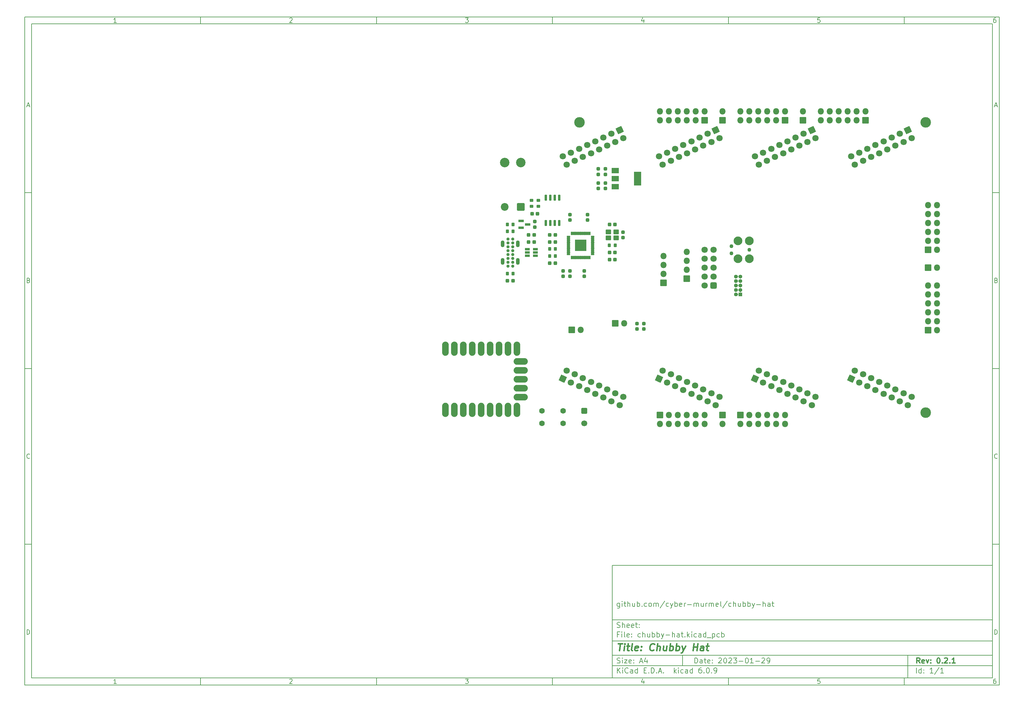
<source format=gbr>
%TF.GenerationSoftware,KiCad,Pcbnew,6.0.9*%
%TF.CreationDate,2023-01-31T15:22:12+01:00*%
%TF.ProjectId,chubby-hat,63687562-6279-42d6-9861-742e6b696361,0.2.1*%
%TF.SameCoordinates,Original*%
%TF.FileFunction,Soldermask,Bot*%
%TF.FilePolarity,Negative*%
%FSLAX46Y46*%
G04 Gerber Fmt 4.6, Leading zero omitted, Abs format (unit mm)*
G04 Created by KiCad (PCBNEW 6.0.9) date 2023-01-31 15:22:12*
%MOMM*%
%LPD*%
G01*
G04 APERTURE LIST*
G04 Aperture macros list*
%AMRoundRect*
0 Rectangle with rounded corners*
0 $1 Rounding radius*
0 $2 $3 $4 $5 $6 $7 $8 $9 X,Y pos of 4 corners*
0 Add a 4 corners polygon primitive as box body*
4,1,4,$2,$3,$4,$5,$6,$7,$8,$9,$2,$3,0*
0 Add four circle primitives for the rounded corners*
1,1,$1+$1,$2,$3*
1,1,$1+$1,$4,$5*
1,1,$1+$1,$6,$7*
1,1,$1+$1,$8,$9*
0 Add four rect primitives between the rounded corners*
20,1,$1+$1,$2,$3,$4,$5,0*
20,1,$1+$1,$4,$5,$6,$7,0*
20,1,$1+$1,$6,$7,$8,$9,0*
20,1,$1+$1,$8,$9,$2,$3,0*%
%AMHorizOval*
0 Thick line with rounded ends*
0 $1 width*
0 $2 $3 position (X,Y) of the first rounded end (center of the circle)*
0 $4 $5 position (X,Y) of the second rounded end (center of the circle)*
0 Add line between two ends*
20,1,$1,$2,$3,$4,$5,0*
0 Add two circle primitives to create the rounded ends*
1,1,$1,$2,$3*
1,1,$1,$4,$5*%
G04 Aperture macros list end*
%ADD10C,0.100000*%
%ADD11C,0.150000*%
%ADD12C,0.300000*%
%ADD13C,0.400000*%
%ADD14O,1.800000X1.800000*%
%ADD15RoundRect,0.050000X-0.850000X0.850000X-0.850000X-0.850000X0.850000X-0.850000X0.850000X0.850000X0*%
%ADD16RoundRect,0.050000X-0.850000X-0.850000X0.850000X-0.850000X0.850000X0.850000X-0.850000X0.850000X0*%
%ADD17C,0.900000*%
%ADD18O,1.100000X1.900000*%
%ADD19RoundRect,0.050000X0.850000X-0.850000X0.850000X0.850000X-0.850000X0.850000X-0.850000X-0.850000X0*%
%ADD20C,1.879600*%
%ADD21C,2.700000*%
%ADD22RoundRect,0.300001X0.799999X0.799999X-0.799999X0.799999X-0.799999X-0.799999X0.799999X-0.799999X0*%
%ADD23C,2.200000*%
%ADD24C,2.474900*%
%ADD25C,1.090600*%
%ADD26RoundRect,0.050000X0.850000X0.850000X-0.850000X0.850000X-0.850000X-0.850000X0.850000X-0.850000X0*%
%ADD27C,1.600000*%
%ADD28RoundRect,0.300000X-0.550000X0.550000X-0.550000X-0.550000X0.550000X-0.550000X0.550000X0.550000X0*%
%ADD29C,1.700000*%
%ADD30C,1.800000*%
%ADD31RoundRect,0.300000X0.600000X0.600000X-0.600000X0.600000X-0.600000X-0.600000X0.600000X-0.600000X0*%
%ADD32O,1.100000X1.100000*%
%ADD33RoundRect,0.050000X0.500000X0.500000X-0.500000X0.500000X-0.500000X-0.500000X0.500000X-0.500000X0*%
%ADD34RoundRect,0.050000X0.700000X0.600000X-0.700000X0.600000X-0.700000X-0.600000X0.700000X-0.600000X0*%
%ADD35RoundRect,0.275000X0.225000X0.250000X-0.225000X0.250000X-0.225000X-0.250000X0.225000X-0.250000X0*%
%ADD36RoundRect,0.050000X-0.411136X1.129587X-1.129587X-0.411136X0.411136X-1.129587X1.129587X0.411136X0*%
%ADD37HorizOval,1.800000X0.000000X0.000000X0.000000X0.000000X0*%
%ADD38RoundRect,0.250000X-0.200000X-0.275000X0.200000X-0.275000X0.200000X0.275000X-0.200000X0.275000X0*%
%ADD39RoundRect,0.250000X0.200000X0.275000X-0.200000X0.275000X-0.200000X-0.275000X0.200000X-0.275000X0*%
%ADD40RoundRect,0.050000X1.129587X-0.411136X0.411136X1.129587X-1.129587X0.411136X-0.411136X-1.129587X0*%
%ADD41HorizOval,1.800000X0.000000X0.000000X0.000000X0.000000X0*%
%ADD42RoundRect,0.268750X0.218750X0.256250X-0.218750X0.256250X-0.218750X-0.256250X0.218750X-0.256250X0*%
%ADD43RoundRect,0.275000X-0.225000X-0.250000X0.225000X-0.250000X0.225000X0.250000X-0.225000X0.250000X0*%
%ADD44RoundRect,0.275000X0.250000X-0.225000X0.250000X0.225000X-0.250000X0.225000X-0.250000X-0.225000X0*%
%ADD45RoundRect,0.275000X-0.250000X0.225000X-0.250000X-0.225000X0.250000X-0.225000X0.250000X0.225000X0*%
%ADD46RoundRect,0.200000X0.512500X0.150000X-0.512500X0.150000X-0.512500X-0.150000X0.512500X-0.150000X0*%
%ADD47C,3.000000*%
%ADD48RoundRect,0.100000X-0.050000X0.387500X-0.050000X-0.387500X0.050000X-0.387500X0.050000X0.387500X0*%
%ADD49RoundRect,0.100000X-0.387500X0.050000X-0.387500X-0.050000X0.387500X-0.050000X0.387500X0.050000X0*%
%ADD50RoundRect,0.050000X-1.600000X1.600000X-1.600000X-1.600000X1.600000X-1.600000X1.600000X1.600000X0*%
%ADD51RoundRect,0.200000X-0.150000X0.650000X-0.150000X-0.650000X0.150000X-0.650000X0.150000X0.650000X0*%
%ADD52RoundRect,0.050000X-1.000000X-0.750000X1.000000X-0.750000X1.000000X0.750000X-1.000000X0.750000X0*%
%ADD53RoundRect,0.050000X-1.000000X-1.900000X1.000000X-1.900000X1.000000X1.900000X-1.000000X1.900000X0*%
%ADD54RoundRect,0.250000X0.275000X-0.200000X0.275000X0.200000X-0.275000X0.200000X-0.275000X-0.200000X0*%
%ADD55O,1.879600X3.657600*%
%ADD56O,3.657600X1.879600*%
%ADD57RoundRect,0.200000X-0.587500X-0.150000X0.587500X-0.150000X0.587500X0.150000X-0.587500X0.150000X0*%
G04 APERTURE END LIST*
D10*
D11*
X177002200Y-166007200D02*
X177002200Y-198007200D01*
X285002200Y-198007200D01*
X285002200Y-166007200D01*
X177002200Y-166007200D01*
D10*
D11*
X10000000Y-10000000D02*
X10000000Y-200007200D01*
X287002200Y-200007200D01*
X287002200Y-10000000D01*
X10000000Y-10000000D01*
D10*
D11*
X12000000Y-12000000D02*
X12000000Y-198007200D01*
X285002200Y-198007200D01*
X285002200Y-12000000D01*
X12000000Y-12000000D01*
D10*
D11*
X60000000Y-12000000D02*
X60000000Y-10000000D01*
D10*
D11*
X110000000Y-12000000D02*
X110000000Y-10000000D01*
D10*
D11*
X160000000Y-12000000D02*
X160000000Y-10000000D01*
D10*
D11*
X210000000Y-12000000D02*
X210000000Y-10000000D01*
D10*
D11*
X260000000Y-12000000D02*
X260000000Y-10000000D01*
D10*
D11*
X36065476Y-11588095D02*
X35322619Y-11588095D01*
X35694047Y-11588095D02*
X35694047Y-10288095D01*
X35570238Y-10473809D01*
X35446428Y-10597619D01*
X35322619Y-10659523D01*
D10*
D11*
X85322619Y-10411904D02*
X85384523Y-10350000D01*
X85508333Y-10288095D01*
X85817857Y-10288095D01*
X85941666Y-10350000D01*
X86003571Y-10411904D01*
X86065476Y-10535714D01*
X86065476Y-10659523D01*
X86003571Y-10845238D01*
X85260714Y-11588095D01*
X86065476Y-11588095D01*
D10*
D11*
X135260714Y-10288095D02*
X136065476Y-10288095D01*
X135632142Y-10783333D01*
X135817857Y-10783333D01*
X135941666Y-10845238D01*
X136003571Y-10907142D01*
X136065476Y-11030952D01*
X136065476Y-11340476D01*
X136003571Y-11464285D01*
X135941666Y-11526190D01*
X135817857Y-11588095D01*
X135446428Y-11588095D01*
X135322619Y-11526190D01*
X135260714Y-11464285D01*
D10*
D11*
X185941666Y-10721428D02*
X185941666Y-11588095D01*
X185632142Y-10226190D02*
X185322619Y-11154761D01*
X186127380Y-11154761D01*
D10*
D11*
X236003571Y-10288095D02*
X235384523Y-10288095D01*
X235322619Y-10907142D01*
X235384523Y-10845238D01*
X235508333Y-10783333D01*
X235817857Y-10783333D01*
X235941666Y-10845238D01*
X236003571Y-10907142D01*
X236065476Y-11030952D01*
X236065476Y-11340476D01*
X236003571Y-11464285D01*
X235941666Y-11526190D01*
X235817857Y-11588095D01*
X235508333Y-11588095D01*
X235384523Y-11526190D01*
X235322619Y-11464285D01*
D10*
D11*
X285941666Y-10288095D02*
X285694047Y-10288095D01*
X285570238Y-10350000D01*
X285508333Y-10411904D01*
X285384523Y-10597619D01*
X285322619Y-10845238D01*
X285322619Y-11340476D01*
X285384523Y-11464285D01*
X285446428Y-11526190D01*
X285570238Y-11588095D01*
X285817857Y-11588095D01*
X285941666Y-11526190D01*
X286003571Y-11464285D01*
X286065476Y-11340476D01*
X286065476Y-11030952D01*
X286003571Y-10907142D01*
X285941666Y-10845238D01*
X285817857Y-10783333D01*
X285570238Y-10783333D01*
X285446428Y-10845238D01*
X285384523Y-10907142D01*
X285322619Y-11030952D01*
D10*
D11*
X60000000Y-198007200D02*
X60000000Y-200007200D01*
D10*
D11*
X110000000Y-198007200D02*
X110000000Y-200007200D01*
D10*
D11*
X160000000Y-198007200D02*
X160000000Y-200007200D01*
D10*
D11*
X210000000Y-198007200D02*
X210000000Y-200007200D01*
D10*
D11*
X260000000Y-198007200D02*
X260000000Y-200007200D01*
D10*
D11*
X36065476Y-199595295D02*
X35322619Y-199595295D01*
X35694047Y-199595295D02*
X35694047Y-198295295D01*
X35570238Y-198481009D01*
X35446428Y-198604819D01*
X35322619Y-198666723D01*
D10*
D11*
X85322619Y-198419104D02*
X85384523Y-198357200D01*
X85508333Y-198295295D01*
X85817857Y-198295295D01*
X85941666Y-198357200D01*
X86003571Y-198419104D01*
X86065476Y-198542914D01*
X86065476Y-198666723D01*
X86003571Y-198852438D01*
X85260714Y-199595295D01*
X86065476Y-199595295D01*
D10*
D11*
X135260714Y-198295295D02*
X136065476Y-198295295D01*
X135632142Y-198790533D01*
X135817857Y-198790533D01*
X135941666Y-198852438D01*
X136003571Y-198914342D01*
X136065476Y-199038152D01*
X136065476Y-199347676D01*
X136003571Y-199471485D01*
X135941666Y-199533390D01*
X135817857Y-199595295D01*
X135446428Y-199595295D01*
X135322619Y-199533390D01*
X135260714Y-199471485D01*
D10*
D11*
X185941666Y-198728628D02*
X185941666Y-199595295D01*
X185632142Y-198233390D02*
X185322619Y-199161961D01*
X186127380Y-199161961D01*
D10*
D11*
X236003571Y-198295295D02*
X235384523Y-198295295D01*
X235322619Y-198914342D01*
X235384523Y-198852438D01*
X235508333Y-198790533D01*
X235817857Y-198790533D01*
X235941666Y-198852438D01*
X236003571Y-198914342D01*
X236065476Y-199038152D01*
X236065476Y-199347676D01*
X236003571Y-199471485D01*
X235941666Y-199533390D01*
X235817857Y-199595295D01*
X235508333Y-199595295D01*
X235384523Y-199533390D01*
X235322619Y-199471485D01*
D10*
D11*
X285941666Y-198295295D02*
X285694047Y-198295295D01*
X285570238Y-198357200D01*
X285508333Y-198419104D01*
X285384523Y-198604819D01*
X285322619Y-198852438D01*
X285322619Y-199347676D01*
X285384523Y-199471485D01*
X285446428Y-199533390D01*
X285570238Y-199595295D01*
X285817857Y-199595295D01*
X285941666Y-199533390D01*
X286003571Y-199471485D01*
X286065476Y-199347676D01*
X286065476Y-199038152D01*
X286003571Y-198914342D01*
X285941666Y-198852438D01*
X285817857Y-198790533D01*
X285570238Y-198790533D01*
X285446428Y-198852438D01*
X285384523Y-198914342D01*
X285322619Y-199038152D01*
D10*
D11*
X10000000Y-60000000D02*
X12000000Y-60000000D01*
D10*
D11*
X10000000Y-110000000D02*
X12000000Y-110000000D01*
D10*
D11*
X10000000Y-160000000D02*
X12000000Y-160000000D01*
D10*
D11*
X10690476Y-35216666D02*
X11309523Y-35216666D01*
X10566666Y-35588095D02*
X11000000Y-34288095D01*
X11433333Y-35588095D01*
D10*
D11*
X11092857Y-84907142D02*
X11278571Y-84969047D01*
X11340476Y-85030952D01*
X11402380Y-85154761D01*
X11402380Y-85340476D01*
X11340476Y-85464285D01*
X11278571Y-85526190D01*
X11154761Y-85588095D01*
X10659523Y-85588095D01*
X10659523Y-84288095D01*
X11092857Y-84288095D01*
X11216666Y-84350000D01*
X11278571Y-84411904D01*
X11340476Y-84535714D01*
X11340476Y-84659523D01*
X11278571Y-84783333D01*
X11216666Y-84845238D01*
X11092857Y-84907142D01*
X10659523Y-84907142D01*
D10*
D11*
X11402380Y-135464285D02*
X11340476Y-135526190D01*
X11154761Y-135588095D01*
X11030952Y-135588095D01*
X10845238Y-135526190D01*
X10721428Y-135402380D01*
X10659523Y-135278571D01*
X10597619Y-135030952D01*
X10597619Y-134845238D01*
X10659523Y-134597619D01*
X10721428Y-134473809D01*
X10845238Y-134350000D01*
X11030952Y-134288095D01*
X11154761Y-134288095D01*
X11340476Y-134350000D01*
X11402380Y-134411904D01*
D10*
D11*
X10659523Y-185588095D02*
X10659523Y-184288095D01*
X10969047Y-184288095D01*
X11154761Y-184350000D01*
X11278571Y-184473809D01*
X11340476Y-184597619D01*
X11402380Y-184845238D01*
X11402380Y-185030952D01*
X11340476Y-185278571D01*
X11278571Y-185402380D01*
X11154761Y-185526190D01*
X10969047Y-185588095D01*
X10659523Y-185588095D01*
D10*
D11*
X287002200Y-60000000D02*
X285002200Y-60000000D01*
D10*
D11*
X287002200Y-110000000D02*
X285002200Y-110000000D01*
D10*
D11*
X287002200Y-160000000D02*
X285002200Y-160000000D01*
D10*
D11*
X285692676Y-35216666D02*
X286311723Y-35216666D01*
X285568866Y-35588095D02*
X286002200Y-34288095D01*
X286435533Y-35588095D01*
D10*
D11*
X286095057Y-84907142D02*
X286280771Y-84969047D01*
X286342676Y-85030952D01*
X286404580Y-85154761D01*
X286404580Y-85340476D01*
X286342676Y-85464285D01*
X286280771Y-85526190D01*
X286156961Y-85588095D01*
X285661723Y-85588095D01*
X285661723Y-84288095D01*
X286095057Y-84288095D01*
X286218866Y-84350000D01*
X286280771Y-84411904D01*
X286342676Y-84535714D01*
X286342676Y-84659523D01*
X286280771Y-84783333D01*
X286218866Y-84845238D01*
X286095057Y-84907142D01*
X285661723Y-84907142D01*
D10*
D11*
X286404580Y-135464285D02*
X286342676Y-135526190D01*
X286156961Y-135588095D01*
X286033152Y-135588095D01*
X285847438Y-135526190D01*
X285723628Y-135402380D01*
X285661723Y-135278571D01*
X285599819Y-135030952D01*
X285599819Y-134845238D01*
X285661723Y-134597619D01*
X285723628Y-134473809D01*
X285847438Y-134350000D01*
X286033152Y-134288095D01*
X286156961Y-134288095D01*
X286342676Y-134350000D01*
X286404580Y-134411904D01*
D10*
D11*
X285661723Y-185588095D02*
X285661723Y-184288095D01*
X285971247Y-184288095D01*
X286156961Y-184350000D01*
X286280771Y-184473809D01*
X286342676Y-184597619D01*
X286404580Y-184845238D01*
X286404580Y-185030952D01*
X286342676Y-185278571D01*
X286280771Y-185402380D01*
X286156961Y-185526190D01*
X285971247Y-185588095D01*
X285661723Y-185588095D01*
D10*
D11*
X200434342Y-193785771D02*
X200434342Y-192285771D01*
X200791485Y-192285771D01*
X201005771Y-192357200D01*
X201148628Y-192500057D01*
X201220057Y-192642914D01*
X201291485Y-192928628D01*
X201291485Y-193142914D01*
X201220057Y-193428628D01*
X201148628Y-193571485D01*
X201005771Y-193714342D01*
X200791485Y-193785771D01*
X200434342Y-193785771D01*
X202577200Y-193785771D02*
X202577200Y-193000057D01*
X202505771Y-192857200D01*
X202362914Y-192785771D01*
X202077200Y-192785771D01*
X201934342Y-192857200D01*
X202577200Y-193714342D02*
X202434342Y-193785771D01*
X202077200Y-193785771D01*
X201934342Y-193714342D01*
X201862914Y-193571485D01*
X201862914Y-193428628D01*
X201934342Y-193285771D01*
X202077200Y-193214342D01*
X202434342Y-193214342D01*
X202577200Y-193142914D01*
X203077200Y-192785771D02*
X203648628Y-192785771D01*
X203291485Y-192285771D02*
X203291485Y-193571485D01*
X203362914Y-193714342D01*
X203505771Y-193785771D01*
X203648628Y-193785771D01*
X204720057Y-193714342D02*
X204577200Y-193785771D01*
X204291485Y-193785771D01*
X204148628Y-193714342D01*
X204077200Y-193571485D01*
X204077200Y-193000057D01*
X204148628Y-192857200D01*
X204291485Y-192785771D01*
X204577200Y-192785771D01*
X204720057Y-192857200D01*
X204791485Y-193000057D01*
X204791485Y-193142914D01*
X204077200Y-193285771D01*
X205434342Y-193642914D02*
X205505771Y-193714342D01*
X205434342Y-193785771D01*
X205362914Y-193714342D01*
X205434342Y-193642914D01*
X205434342Y-193785771D01*
X205434342Y-192857200D02*
X205505771Y-192928628D01*
X205434342Y-193000057D01*
X205362914Y-192928628D01*
X205434342Y-192857200D01*
X205434342Y-193000057D01*
X207220057Y-192428628D02*
X207291485Y-192357200D01*
X207434342Y-192285771D01*
X207791485Y-192285771D01*
X207934342Y-192357200D01*
X208005771Y-192428628D01*
X208077200Y-192571485D01*
X208077200Y-192714342D01*
X208005771Y-192928628D01*
X207148628Y-193785771D01*
X208077200Y-193785771D01*
X209005771Y-192285771D02*
X209148628Y-192285771D01*
X209291485Y-192357200D01*
X209362914Y-192428628D01*
X209434342Y-192571485D01*
X209505771Y-192857200D01*
X209505771Y-193214342D01*
X209434342Y-193500057D01*
X209362914Y-193642914D01*
X209291485Y-193714342D01*
X209148628Y-193785771D01*
X209005771Y-193785771D01*
X208862914Y-193714342D01*
X208791485Y-193642914D01*
X208720057Y-193500057D01*
X208648628Y-193214342D01*
X208648628Y-192857200D01*
X208720057Y-192571485D01*
X208791485Y-192428628D01*
X208862914Y-192357200D01*
X209005771Y-192285771D01*
X210077200Y-192428628D02*
X210148628Y-192357200D01*
X210291485Y-192285771D01*
X210648628Y-192285771D01*
X210791485Y-192357200D01*
X210862914Y-192428628D01*
X210934342Y-192571485D01*
X210934342Y-192714342D01*
X210862914Y-192928628D01*
X210005771Y-193785771D01*
X210934342Y-193785771D01*
X211434342Y-192285771D02*
X212362914Y-192285771D01*
X211862914Y-192857200D01*
X212077200Y-192857200D01*
X212220057Y-192928628D01*
X212291485Y-193000057D01*
X212362914Y-193142914D01*
X212362914Y-193500057D01*
X212291485Y-193642914D01*
X212220057Y-193714342D01*
X212077200Y-193785771D01*
X211648628Y-193785771D01*
X211505771Y-193714342D01*
X211434342Y-193642914D01*
X213005771Y-193214342D02*
X214148628Y-193214342D01*
X215148628Y-192285771D02*
X215291485Y-192285771D01*
X215434342Y-192357200D01*
X215505771Y-192428628D01*
X215577200Y-192571485D01*
X215648628Y-192857200D01*
X215648628Y-193214342D01*
X215577200Y-193500057D01*
X215505771Y-193642914D01*
X215434342Y-193714342D01*
X215291485Y-193785771D01*
X215148628Y-193785771D01*
X215005771Y-193714342D01*
X214934342Y-193642914D01*
X214862914Y-193500057D01*
X214791485Y-193214342D01*
X214791485Y-192857200D01*
X214862914Y-192571485D01*
X214934342Y-192428628D01*
X215005771Y-192357200D01*
X215148628Y-192285771D01*
X217077200Y-193785771D02*
X216220057Y-193785771D01*
X216648628Y-193785771D02*
X216648628Y-192285771D01*
X216505771Y-192500057D01*
X216362914Y-192642914D01*
X216220057Y-192714342D01*
X217720057Y-193214342D02*
X218862914Y-193214342D01*
X219505771Y-192428628D02*
X219577200Y-192357200D01*
X219720057Y-192285771D01*
X220077200Y-192285771D01*
X220220057Y-192357200D01*
X220291485Y-192428628D01*
X220362914Y-192571485D01*
X220362914Y-192714342D01*
X220291485Y-192928628D01*
X219434342Y-193785771D01*
X220362914Y-193785771D01*
X221077200Y-193785771D02*
X221362914Y-193785771D01*
X221505771Y-193714342D01*
X221577200Y-193642914D01*
X221720057Y-193428628D01*
X221791485Y-193142914D01*
X221791485Y-192571485D01*
X221720057Y-192428628D01*
X221648628Y-192357200D01*
X221505771Y-192285771D01*
X221220057Y-192285771D01*
X221077200Y-192357200D01*
X221005771Y-192428628D01*
X220934342Y-192571485D01*
X220934342Y-192928628D01*
X221005771Y-193071485D01*
X221077200Y-193142914D01*
X221220057Y-193214342D01*
X221505771Y-193214342D01*
X221648628Y-193142914D01*
X221720057Y-193071485D01*
X221791485Y-192928628D01*
D10*
D11*
X177002200Y-194507200D02*
X285002200Y-194507200D01*
D10*
D11*
X178434342Y-196585771D02*
X178434342Y-195085771D01*
X179291485Y-196585771D02*
X178648628Y-195728628D01*
X179291485Y-195085771D02*
X178434342Y-195942914D01*
X179934342Y-196585771D02*
X179934342Y-195585771D01*
X179934342Y-195085771D02*
X179862914Y-195157200D01*
X179934342Y-195228628D01*
X180005771Y-195157200D01*
X179934342Y-195085771D01*
X179934342Y-195228628D01*
X181505771Y-196442914D02*
X181434342Y-196514342D01*
X181220057Y-196585771D01*
X181077200Y-196585771D01*
X180862914Y-196514342D01*
X180720057Y-196371485D01*
X180648628Y-196228628D01*
X180577200Y-195942914D01*
X180577200Y-195728628D01*
X180648628Y-195442914D01*
X180720057Y-195300057D01*
X180862914Y-195157200D01*
X181077200Y-195085771D01*
X181220057Y-195085771D01*
X181434342Y-195157200D01*
X181505771Y-195228628D01*
X182791485Y-196585771D02*
X182791485Y-195800057D01*
X182720057Y-195657200D01*
X182577200Y-195585771D01*
X182291485Y-195585771D01*
X182148628Y-195657200D01*
X182791485Y-196514342D02*
X182648628Y-196585771D01*
X182291485Y-196585771D01*
X182148628Y-196514342D01*
X182077200Y-196371485D01*
X182077200Y-196228628D01*
X182148628Y-196085771D01*
X182291485Y-196014342D01*
X182648628Y-196014342D01*
X182791485Y-195942914D01*
X184148628Y-196585771D02*
X184148628Y-195085771D01*
X184148628Y-196514342D02*
X184005771Y-196585771D01*
X183720057Y-196585771D01*
X183577200Y-196514342D01*
X183505771Y-196442914D01*
X183434342Y-196300057D01*
X183434342Y-195871485D01*
X183505771Y-195728628D01*
X183577200Y-195657200D01*
X183720057Y-195585771D01*
X184005771Y-195585771D01*
X184148628Y-195657200D01*
X186005771Y-195800057D02*
X186505771Y-195800057D01*
X186720057Y-196585771D02*
X186005771Y-196585771D01*
X186005771Y-195085771D01*
X186720057Y-195085771D01*
X187362914Y-196442914D02*
X187434342Y-196514342D01*
X187362914Y-196585771D01*
X187291485Y-196514342D01*
X187362914Y-196442914D01*
X187362914Y-196585771D01*
X188077200Y-196585771D02*
X188077200Y-195085771D01*
X188434342Y-195085771D01*
X188648628Y-195157200D01*
X188791485Y-195300057D01*
X188862914Y-195442914D01*
X188934342Y-195728628D01*
X188934342Y-195942914D01*
X188862914Y-196228628D01*
X188791485Y-196371485D01*
X188648628Y-196514342D01*
X188434342Y-196585771D01*
X188077200Y-196585771D01*
X189577200Y-196442914D02*
X189648628Y-196514342D01*
X189577200Y-196585771D01*
X189505771Y-196514342D01*
X189577200Y-196442914D01*
X189577200Y-196585771D01*
X190220057Y-196157200D02*
X190934342Y-196157200D01*
X190077200Y-196585771D02*
X190577200Y-195085771D01*
X191077200Y-196585771D01*
X191577200Y-196442914D02*
X191648628Y-196514342D01*
X191577200Y-196585771D01*
X191505771Y-196514342D01*
X191577200Y-196442914D01*
X191577200Y-196585771D01*
X194577200Y-196585771D02*
X194577200Y-195085771D01*
X194720057Y-196014342D02*
X195148628Y-196585771D01*
X195148628Y-195585771D02*
X194577200Y-196157200D01*
X195791485Y-196585771D02*
X195791485Y-195585771D01*
X195791485Y-195085771D02*
X195720057Y-195157200D01*
X195791485Y-195228628D01*
X195862914Y-195157200D01*
X195791485Y-195085771D01*
X195791485Y-195228628D01*
X197148628Y-196514342D02*
X197005771Y-196585771D01*
X196720057Y-196585771D01*
X196577200Y-196514342D01*
X196505771Y-196442914D01*
X196434342Y-196300057D01*
X196434342Y-195871485D01*
X196505771Y-195728628D01*
X196577200Y-195657200D01*
X196720057Y-195585771D01*
X197005771Y-195585771D01*
X197148628Y-195657200D01*
X198434342Y-196585771D02*
X198434342Y-195800057D01*
X198362914Y-195657200D01*
X198220057Y-195585771D01*
X197934342Y-195585771D01*
X197791485Y-195657200D01*
X198434342Y-196514342D02*
X198291485Y-196585771D01*
X197934342Y-196585771D01*
X197791485Y-196514342D01*
X197720057Y-196371485D01*
X197720057Y-196228628D01*
X197791485Y-196085771D01*
X197934342Y-196014342D01*
X198291485Y-196014342D01*
X198434342Y-195942914D01*
X199791485Y-196585771D02*
X199791485Y-195085771D01*
X199791485Y-196514342D02*
X199648628Y-196585771D01*
X199362914Y-196585771D01*
X199220057Y-196514342D01*
X199148628Y-196442914D01*
X199077200Y-196300057D01*
X199077200Y-195871485D01*
X199148628Y-195728628D01*
X199220057Y-195657200D01*
X199362914Y-195585771D01*
X199648628Y-195585771D01*
X199791485Y-195657200D01*
X202291485Y-195085771D02*
X202005771Y-195085771D01*
X201862914Y-195157200D01*
X201791485Y-195228628D01*
X201648628Y-195442914D01*
X201577200Y-195728628D01*
X201577200Y-196300057D01*
X201648628Y-196442914D01*
X201720057Y-196514342D01*
X201862914Y-196585771D01*
X202148628Y-196585771D01*
X202291485Y-196514342D01*
X202362914Y-196442914D01*
X202434342Y-196300057D01*
X202434342Y-195942914D01*
X202362914Y-195800057D01*
X202291485Y-195728628D01*
X202148628Y-195657200D01*
X201862914Y-195657200D01*
X201720057Y-195728628D01*
X201648628Y-195800057D01*
X201577200Y-195942914D01*
X203077200Y-196442914D02*
X203148628Y-196514342D01*
X203077200Y-196585771D01*
X203005771Y-196514342D01*
X203077200Y-196442914D01*
X203077200Y-196585771D01*
X204077200Y-195085771D02*
X204220057Y-195085771D01*
X204362914Y-195157200D01*
X204434342Y-195228628D01*
X204505771Y-195371485D01*
X204577200Y-195657200D01*
X204577200Y-196014342D01*
X204505771Y-196300057D01*
X204434342Y-196442914D01*
X204362914Y-196514342D01*
X204220057Y-196585771D01*
X204077200Y-196585771D01*
X203934342Y-196514342D01*
X203862914Y-196442914D01*
X203791485Y-196300057D01*
X203720057Y-196014342D01*
X203720057Y-195657200D01*
X203791485Y-195371485D01*
X203862914Y-195228628D01*
X203934342Y-195157200D01*
X204077200Y-195085771D01*
X205220057Y-196442914D02*
X205291485Y-196514342D01*
X205220057Y-196585771D01*
X205148628Y-196514342D01*
X205220057Y-196442914D01*
X205220057Y-196585771D01*
X206005771Y-196585771D02*
X206291485Y-196585771D01*
X206434342Y-196514342D01*
X206505771Y-196442914D01*
X206648628Y-196228628D01*
X206720057Y-195942914D01*
X206720057Y-195371485D01*
X206648628Y-195228628D01*
X206577200Y-195157200D01*
X206434342Y-195085771D01*
X206148628Y-195085771D01*
X206005771Y-195157200D01*
X205934342Y-195228628D01*
X205862914Y-195371485D01*
X205862914Y-195728628D01*
X205934342Y-195871485D01*
X206005771Y-195942914D01*
X206148628Y-196014342D01*
X206434342Y-196014342D01*
X206577200Y-195942914D01*
X206648628Y-195871485D01*
X206720057Y-195728628D01*
D10*
D11*
X177002200Y-191507200D02*
X285002200Y-191507200D01*
D10*
D12*
X264411485Y-193785771D02*
X263911485Y-193071485D01*
X263554342Y-193785771D02*
X263554342Y-192285771D01*
X264125771Y-192285771D01*
X264268628Y-192357200D01*
X264340057Y-192428628D01*
X264411485Y-192571485D01*
X264411485Y-192785771D01*
X264340057Y-192928628D01*
X264268628Y-193000057D01*
X264125771Y-193071485D01*
X263554342Y-193071485D01*
X265625771Y-193714342D02*
X265482914Y-193785771D01*
X265197200Y-193785771D01*
X265054342Y-193714342D01*
X264982914Y-193571485D01*
X264982914Y-193000057D01*
X265054342Y-192857200D01*
X265197200Y-192785771D01*
X265482914Y-192785771D01*
X265625771Y-192857200D01*
X265697200Y-193000057D01*
X265697200Y-193142914D01*
X264982914Y-193285771D01*
X266197200Y-192785771D02*
X266554342Y-193785771D01*
X266911485Y-192785771D01*
X267482914Y-193642914D02*
X267554342Y-193714342D01*
X267482914Y-193785771D01*
X267411485Y-193714342D01*
X267482914Y-193642914D01*
X267482914Y-193785771D01*
X267482914Y-192857200D02*
X267554342Y-192928628D01*
X267482914Y-193000057D01*
X267411485Y-192928628D01*
X267482914Y-192857200D01*
X267482914Y-193000057D01*
X269625771Y-192285771D02*
X269768628Y-192285771D01*
X269911485Y-192357200D01*
X269982914Y-192428628D01*
X270054342Y-192571485D01*
X270125771Y-192857200D01*
X270125771Y-193214342D01*
X270054342Y-193500057D01*
X269982914Y-193642914D01*
X269911485Y-193714342D01*
X269768628Y-193785771D01*
X269625771Y-193785771D01*
X269482914Y-193714342D01*
X269411485Y-193642914D01*
X269340057Y-193500057D01*
X269268628Y-193214342D01*
X269268628Y-192857200D01*
X269340057Y-192571485D01*
X269411485Y-192428628D01*
X269482914Y-192357200D01*
X269625771Y-192285771D01*
X270768628Y-193642914D02*
X270840057Y-193714342D01*
X270768628Y-193785771D01*
X270697200Y-193714342D01*
X270768628Y-193642914D01*
X270768628Y-193785771D01*
X271411485Y-192428628D02*
X271482914Y-192357200D01*
X271625771Y-192285771D01*
X271982914Y-192285771D01*
X272125771Y-192357200D01*
X272197200Y-192428628D01*
X272268628Y-192571485D01*
X272268628Y-192714342D01*
X272197200Y-192928628D01*
X271340057Y-193785771D01*
X272268628Y-193785771D01*
X272911485Y-193642914D02*
X272982914Y-193714342D01*
X272911485Y-193785771D01*
X272840057Y-193714342D01*
X272911485Y-193642914D01*
X272911485Y-193785771D01*
X274411485Y-193785771D02*
X273554342Y-193785771D01*
X273982914Y-193785771D02*
X273982914Y-192285771D01*
X273840057Y-192500057D01*
X273697200Y-192642914D01*
X273554342Y-192714342D01*
D10*
D11*
X178362914Y-193714342D02*
X178577200Y-193785771D01*
X178934342Y-193785771D01*
X179077200Y-193714342D01*
X179148628Y-193642914D01*
X179220057Y-193500057D01*
X179220057Y-193357200D01*
X179148628Y-193214342D01*
X179077200Y-193142914D01*
X178934342Y-193071485D01*
X178648628Y-193000057D01*
X178505771Y-192928628D01*
X178434342Y-192857200D01*
X178362914Y-192714342D01*
X178362914Y-192571485D01*
X178434342Y-192428628D01*
X178505771Y-192357200D01*
X178648628Y-192285771D01*
X179005771Y-192285771D01*
X179220057Y-192357200D01*
X179862914Y-193785771D02*
X179862914Y-192785771D01*
X179862914Y-192285771D02*
X179791485Y-192357200D01*
X179862914Y-192428628D01*
X179934342Y-192357200D01*
X179862914Y-192285771D01*
X179862914Y-192428628D01*
X180434342Y-192785771D02*
X181220057Y-192785771D01*
X180434342Y-193785771D01*
X181220057Y-193785771D01*
X182362914Y-193714342D02*
X182220057Y-193785771D01*
X181934342Y-193785771D01*
X181791485Y-193714342D01*
X181720057Y-193571485D01*
X181720057Y-193000057D01*
X181791485Y-192857200D01*
X181934342Y-192785771D01*
X182220057Y-192785771D01*
X182362914Y-192857200D01*
X182434342Y-193000057D01*
X182434342Y-193142914D01*
X181720057Y-193285771D01*
X183077200Y-193642914D02*
X183148628Y-193714342D01*
X183077200Y-193785771D01*
X183005771Y-193714342D01*
X183077200Y-193642914D01*
X183077200Y-193785771D01*
X183077200Y-192857200D02*
X183148628Y-192928628D01*
X183077200Y-193000057D01*
X183005771Y-192928628D01*
X183077200Y-192857200D01*
X183077200Y-193000057D01*
X184862914Y-193357200D02*
X185577200Y-193357200D01*
X184720057Y-193785771D02*
X185220057Y-192285771D01*
X185720057Y-193785771D01*
X186862914Y-192785771D02*
X186862914Y-193785771D01*
X186505771Y-192214342D02*
X186148628Y-193285771D01*
X187077200Y-193285771D01*
D10*
D11*
X263434342Y-196585771D02*
X263434342Y-195085771D01*
X264791485Y-196585771D02*
X264791485Y-195085771D01*
X264791485Y-196514342D02*
X264648628Y-196585771D01*
X264362914Y-196585771D01*
X264220057Y-196514342D01*
X264148628Y-196442914D01*
X264077200Y-196300057D01*
X264077200Y-195871485D01*
X264148628Y-195728628D01*
X264220057Y-195657200D01*
X264362914Y-195585771D01*
X264648628Y-195585771D01*
X264791485Y-195657200D01*
X265505771Y-196442914D02*
X265577200Y-196514342D01*
X265505771Y-196585771D01*
X265434342Y-196514342D01*
X265505771Y-196442914D01*
X265505771Y-196585771D01*
X265505771Y-195657200D02*
X265577200Y-195728628D01*
X265505771Y-195800057D01*
X265434342Y-195728628D01*
X265505771Y-195657200D01*
X265505771Y-195800057D01*
X268148628Y-196585771D02*
X267291485Y-196585771D01*
X267720057Y-196585771D02*
X267720057Y-195085771D01*
X267577200Y-195300057D01*
X267434342Y-195442914D01*
X267291485Y-195514342D01*
X269862914Y-195014342D02*
X268577200Y-196942914D01*
X271148628Y-196585771D02*
X270291485Y-196585771D01*
X270720057Y-196585771D02*
X270720057Y-195085771D01*
X270577200Y-195300057D01*
X270434342Y-195442914D01*
X270291485Y-195514342D01*
D10*
D11*
X177002200Y-187507200D02*
X285002200Y-187507200D01*
D10*
D13*
X178714580Y-188211961D02*
X179857438Y-188211961D01*
X179036009Y-190211961D02*
X179286009Y-188211961D01*
X180274104Y-190211961D02*
X180440771Y-188878628D01*
X180524104Y-188211961D02*
X180416961Y-188307200D01*
X180500295Y-188402438D01*
X180607438Y-188307200D01*
X180524104Y-188211961D01*
X180500295Y-188402438D01*
X181107438Y-188878628D02*
X181869342Y-188878628D01*
X181476485Y-188211961D02*
X181262200Y-189926247D01*
X181333628Y-190116723D01*
X181512200Y-190211961D01*
X181702676Y-190211961D01*
X182655057Y-190211961D02*
X182476485Y-190116723D01*
X182405057Y-189926247D01*
X182619342Y-188211961D01*
X184190771Y-190116723D02*
X183988390Y-190211961D01*
X183607438Y-190211961D01*
X183428866Y-190116723D01*
X183357438Y-189926247D01*
X183452676Y-189164342D01*
X183571723Y-188973866D01*
X183774104Y-188878628D01*
X184155057Y-188878628D01*
X184333628Y-188973866D01*
X184405057Y-189164342D01*
X184381247Y-189354819D01*
X183405057Y-189545295D01*
X185155057Y-190021485D02*
X185238390Y-190116723D01*
X185131247Y-190211961D01*
X185047914Y-190116723D01*
X185155057Y-190021485D01*
X185131247Y-190211961D01*
X185286009Y-188973866D02*
X185369342Y-189069104D01*
X185262200Y-189164342D01*
X185178866Y-189069104D01*
X185286009Y-188973866D01*
X185262200Y-189164342D01*
X188774104Y-190021485D02*
X188666961Y-190116723D01*
X188369342Y-190211961D01*
X188178866Y-190211961D01*
X187905057Y-190116723D01*
X187738390Y-189926247D01*
X187666961Y-189735771D01*
X187619342Y-189354819D01*
X187655057Y-189069104D01*
X187797914Y-188688152D01*
X187916961Y-188497676D01*
X188131247Y-188307200D01*
X188428866Y-188211961D01*
X188619342Y-188211961D01*
X188893152Y-188307200D01*
X188976485Y-188402438D01*
X189607438Y-190211961D02*
X189857438Y-188211961D01*
X190464580Y-190211961D02*
X190595533Y-189164342D01*
X190524104Y-188973866D01*
X190345533Y-188878628D01*
X190059819Y-188878628D01*
X189857438Y-188973866D01*
X189750295Y-189069104D01*
X192440771Y-188878628D02*
X192274104Y-190211961D01*
X191583628Y-188878628D02*
X191452676Y-189926247D01*
X191524104Y-190116723D01*
X191702676Y-190211961D01*
X191988390Y-190211961D01*
X192190771Y-190116723D01*
X192297914Y-190021485D01*
X193226485Y-190211961D02*
X193476485Y-188211961D01*
X193381247Y-188973866D02*
X193583628Y-188878628D01*
X193964580Y-188878628D01*
X194143152Y-188973866D01*
X194226485Y-189069104D01*
X194297914Y-189259580D01*
X194226485Y-189831009D01*
X194107438Y-190021485D01*
X194000295Y-190116723D01*
X193797914Y-190211961D01*
X193416961Y-190211961D01*
X193238390Y-190116723D01*
X195036009Y-190211961D02*
X195286009Y-188211961D01*
X195190771Y-188973866D02*
X195393152Y-188878628D01*
X195774104Y-188878628D01*
X195952676Y-188973866D01*
X196036009Y-189069104D01*
X196107438Y-189259580D01*
X196036009Y-189831009D01*
X195916961Y-190021485D01*
X195809819Y-190116723D01*
X195607438Y-190211961D01*
X195226485Y-190211961D01*
X195047914Y-190116723D01*
X196821723Y-188878628D02*
X197131247Y-190211961D01*
X197774104Y-188878628D02*
X197131247Y-190211961D01*
X196881247Y-190688152D01*
X196774104Y-190783390D01*
X196571723Y-190878628D01*
X199893152Y-190211961D02*
X200143152Y-188211961D01*
X200024104Y-189164342D02*
X201166961Y-189164342D01*
X201036009Y-190211961D02*
X201286009Y-188211961D01*
X202845533Y-190211961D02*
X202976485Y-189164342D01*
X202905057Y-188973866D01*
X202726485Y-188878628D01*
X202345533Y-188878628D01*
X202143152Y-188973866D01*
X202857438Y-190116723D02*
X202655057Y-190211961D01*
X202178866Y-190211961D01*
X202000295Y-190116723D01*
X201928866Y-189926247D01*
X201952676Y-189735771D01*
X202071723Y-189545295D01*
X202274104Y-189450057D01*
X202750295Y-189450057D01*
X202952676Y-189354819D01*
X203678866Y-188878628D02*
X204440771Y-188878628D01*
X204047914Y-188211961D02*
X203833628Y-189926247D01*
X203905057Y-190116723D01*
X204083628Y-190211961D01*
X204274104Y-190211961D01*
D10*
D11*
X178934342Y-185600057D02*
X178434342Y-185600057D01*
X178434342Y-186385771D02*
X178434342Y-184885771D01*
X179148628Y-184885771D01*
X179720057Y-186385771D02*
X179720057Y-185385771D01*
X179720057Y-184885771D02*
X179648628Y-184957200D01*
X179720057Y-185028628D01*
X179791485Y-184957200D01*
X179720057Y-184885771D01*
X179720057Y-185028628D01*
X180648628Y-186385771D02*
X180505771Y-186314342D01*
X180434342Y-186171485D01*
X180434342Y-184885771D01*
X181791485Y-186314342D02*
X181648628Y-186385771D01*
X181362914Y-186385771D01*
X181220057Y-186314342D01*
X181148628Y-186171485D01*
X181148628Y-185600057D01*
X181220057Y-185457200D01*
X181362914Y-185385771D01*
X181648628Y-185385771D01*
X181791485Y-185457200D01*
X181862914Y-185600057D01*
X181862914Y-185742914D01*
X181148628Y-185885771D01*
X182505771Y-186242914D02*
X182577200Y-186314342D01*
X182505771Y-186385771D01*
X182434342Y-186314342D01*
X182505771Y-186242914D01*
X182505771Y-186385771D01*
X182505771Y-185457200D02*
X182577200Y-185528628D01*
X182505771Y-185600057D01*
X182434342Y-185528628D01*
X182505771Y-185457200D01*
X182505771Y-185600057D01*
X185005771Y-186314342D02*
X184862914Y-186385771D01*
X184577200Y-186385771D01*
X184434342Y-186314342D01*
X184362914Y-186242914D01*
X184291485Y-186100057D01*
X184291485Y-185671485D01*
X184362914Y-185528628D01*
X184434342Y-185457200D01*
X184577200Y-185385771D01*
X184862914Y-185385771D01*
X185005771Y-185457200D01*
X185648628Y-186385771D02*
X185648628Y-184885771D01*
X186291485Y-186385771D02*
X186291485Y-185600057D01*
X186220057Y-185457200D01*
X186077200Y-185385771D01*
X185862914Y-185385771D01*
X185720057Y-185457200D01*
X185648628Y-185528628D01*
X187648628Y-185385771D02*
X187648628Y-186385771D01*
X187005771Y-185385771D02*
X187005771Y-186171485D01*
X187077200Y-186314342D01*
X187220057Y-186385771D01*
X187434342Y-186385771D01*
X187577200Y-186314342D01*
X187648628Y-186242914D01*
X188362914Y-186385771D02*
X188362914Y-184885771D01*
X188362914Y-185457200D02*
X188505771Y-185385771D01*
X188791485Y-185385771D01*
X188934342Y-185457200D01*
X189005771Y-185528628D01*
X189077200Y-185671485D01*
X189077200Y-186100057D01*
X189005771Y-186242914D01*
X188934342Y-186314342D01*
X188791485Y-186385771D01*
X188505771Y-186385771D01*
X188362914Y-186314342D01*
X189720057Y-186385771D02*
X189720057Y-184885771D01*
X189720057Y-185457200D02*
X189862914Y-185385771D01*
X190148628Y-185385771D01*
X190291485Y-185457200D01*
X190362914Y-185528628D01*
X190434342Y-185671485D01*
X190434342Y-186100057D01*
X190362914Y-186242914D01*
X190291485Y-186314342D01*
X190148628Y-186385771D01*
X189862914Y-186385771D01*
X189720057Y-186314342D01*
X190934342Y-185385771D02*
X191291485Y-186385771D01*
X191648628Y-185385771D02*
X191291485Y-186385771D01*
X191148628Y-186742914D01*
X191077200Y-186814342D01*
X190934342Y-186885771D01*
X192220057Y-185814342D02*
X193362914Y-185814342D01*
X194077200Y-186385771D02*
X194077200Y-184885771D01*
X194720057Y-186385771D02*
X194720057Y-185600057D01*
X194648628Y-185457200D01*
X194505771Y-185385771D01*
X194291485Y-185385771D01*
X194148628Y-185457200D01*
X194077200Y-185528628D01*
X196077200Y-186385771D02*
X196077200Y-185600057D01*
X196005771Y-185457200D01*
X195862914Y-185385771D01*
X195577200Y-185385771D01*
X195434342Y-185457200D01*
X196077200Y-186314342D02*
X195934342Y-186385771D01*
X195577200Y-186385771D01*
X195434342Y-186314342D01*
X195362914Y-186171485D01*
X195362914Y-186028628D01*
X195434342Y-185885771D01*
X195577200Y-185814342D01*
X195934342Y-185814342D01*
X196077200Y-185742914D01*
X196577200Y-185385771D02*
X197148628Y-185385771D01*
X196791485Y-184885771D02*
X196791485Y-186171485D01*
X196862914Y-186314342D01*
X197005771Y-186385771D01*
X197148628Y-186385771D01*
X197648628Y-186242914D02*
X197720057Y-186314342D01*
X197648628Y-186385771D01*
X197577200Y-186314342D01*
X197648628Y-186242914D01*
X197648628Y-186385771D01*
X198362914Y-186385771D02*
X198362914Y-184885771D01*
X198505771Y-185814342D02*
X198934342Y-186385771D01*
X198934342Y-185385771D02*
X198362914Y-185957200D01*
X199577200Y-186385771D02*
X199577200Y-185385771D01*
X199577200Y-184885771D02*
X199505771Y-184957200D01*
X199577200Y-185028628D01*
X199648628Y-184957200D01*
X199577200Y-184885771D01*
X199577200Y-185028628D01*
X200934342Y-186314342D02*
X200791485Y-186385771D01*
X200505771Y-186385771D01*
X200362914Y-186314342D01*
X200291485Y-186242914D01*
X200220057Y-186100057D01*
X200220057Y-185671485D01*
X200291485Y-185528628D01*
X200362914Y-185457200D01*
X200505771Y-185385771D01*
X200791485Y-185385771D01*
X200934342Y-185457200D01*
X202220057Y-186385771D02*
X202220057Y-185600057D01*
X202148628Y-185457200D01*
X202005771Y-185385771D01*
X201720057Y-185385771D01*
X201577200Y-185457200D01*
X202220057Y-186314342D02*
X202077200Y-186385771D01*
X201720057Y-186385771D01*
X201577200Y-186314342D01*
X201505771Y-186171485D01*
X201505771Y-186028628D01*
X201577200Y-185885771D01*
X201720057Y-185814342D01*
X202077200Y-185814342D01*
X202220057Y-185742914D01*
X203577200Y-186385771D02*
X203577200Y-184885771D01*
X203577200Y-186314342D02*
X203434342Y-186385771D01*
X203148628Y-186385771D01*
X203005771Y-186314342D01*
X202934342Y-186242914D01*
X202862914Y-186100057D01*
X202862914Y-185671485D01*
X202934342Y-185528628D01*
X203005771Y-185457200D01*
X203148628Y-185385771D01*
X203434342Y-185385771D01*
X203577200Y-185457200D01*
X203934342Y-186528628D02*
X205077200Y-186528628D01*
X205434342Y-185385771D02*
X205434342Y-186885771D01*
X205434342Y-185457200D02*
X205577200Y-185385771D01*
X205862914Y-185385771D01*
X206005771Y-185457200D01*
X206077200Y-185528628D01*
X206148628Y-185671485D01*
X206148628Y-186100057D01*
X206077200Y-186242914D01*
X206005771Y-186314342D01*
X205862914Y-186385771D01*
X205577200Y-186385771D01*
X205434342Y-186314342D01*
X207434342Y-186314342D02*
X207291485Y-186385771D01*
X207005771Y-186385771D01*
X206862914Y-186314342D01*
X206791485Y-186242914D01*
X206720057Y-186100057D01*
X206720057Y-185671485D01*
X206791485Y-185528628D01*
X206862914Y-185457200D01*
X207005771Y-185385771D01*
X207291485Y-185385771D01*
X207434342Y-185457200D01*
X208077200Y-186385771D02*
X208077200Y-184885771D01*
X208077200Y-185457200D02*
X208220057Y-185385771D01*
X208505771Y-185385771D01*
X208648628Y-185457200D01*
X208720057Y-185528628D01*
X208791485Y-185671485D01*
X208791485Y-186100057D01*
X208720057Y-186242914D01*
X208648628Y-186314342D01*
X208505771Y-186385771D01*
X208220057Y-186385771D01*
X208077200Y-186314342D01*
D10*
D11*
X177002200Y-181507200D02*
X285002200Y-181507200D01*
D10*
D11*
X178362914Y-183614342D02*
X178577200Y-183685771D01*
X178934342Y-183685771D01*
X179077200Y-183614342D01*
X179148628Y-183542914D01*
X179220057Y-183400057D01*
X179220057Y-183257200D01*
X179148628Y-183114342D01*
X179077200Y-183042914D01*
X178934342Y-182971485D01*
X178648628Y-182900057D01*
X178505771Y-182828628D01*
X178434342Y-182757200D01*
X178362914Y-182614342D01*
X178362914Y-182471485D01*
X178434342Y-182328628D01*
X178505771Y-182257200D01*
X178648628Y-182185771D01*
X179005771Y-182185771D01*
X179220057Y-182257200D01*
X179862914Y-183685771D02*
X179862914Y-182185771D01*
X180505771Y-183685771D02*
X180505771Y-182900057D01*
X180434342Y-182757200D01*
X180291485Y-182685771D01*
X180077200Y-182685771D01*
X179934342Y-182757200D01*
X179862914Y-182828628D01*
X181791485Y-183614342D02*
X181648628Y-183685771D01*
X181362914Y-183685771D01*
X181220057Y-183614342D01*
X181148628Y-183471485D01*
X181148628Y-182900057D01*
X181220057Y-182757200D01*
X181362914Y-182685771D01*
X181648628Y-182685771D01*
X181791485Y-182757200D01*
X181862914Y-182900057D01*
X181862914Y-183042914D01*
X181148628Y-183185771D01*
X183077200Y-183614342D02*
X182934342Y-183685771D01*
X182648628Y-183685771D01*
X182505771Y-183614342D01*
X182434342Y-183471485D01*
X182434342Y-182900057D01*
X182505771Y-182757200D01*
X182648628Y-182685771D01*
X182934342Y-182685771D01*
X183077200Y-182757200D01*
X183148628Y-182900057D01*
X183148628Y-183042914D01*
X182434342Y-183185771D01*
X183577200Y-182685771D02*
X184148628Y-182685771D01*
X183791485Y-182185771D02*
X183791485Y-183471485D01*
X183862914Y-183614342D01*
X184005771Y-183685771D01*
X184148628Y-183685771D01*
X184648628Y-183542914D02*
X184720057Y-183614342D01*
X184648628Y-183685771D01*
X184577200Y-183614342D01*
X184648628Y-183542914D01*
X184648628Y-183685771D01*
X184648628Y-182757200D02*
X184720057Y-182828628D01*
X184648628Y-182900057D01*
X184577200Y-182828628D01*
X184648628Y-182757200D01*
X184648628Y-182900057D01*
D10*
D12*
D10*
D11*
X179077200Y-176685771D02*
X179077200Y-177900057D01*
X179005771Y-178042914D01*
X178934342Y-178114342D01*
X178791485Y-178185771D01*
X178577200Y-178185771D01*
X178434342Y-178114342D01*
X179077200Y-177614342D02*
X178934342Y-177685771D01*
X178648628Y-177685771D01*
X178505771Y-177614342D01*
X178434342Y-177542914D01*
X178362914Y-177400057D01*
X178362914Y-176971485D01*
X178434342Y-176828628D01*
X178505771Y-176757200D01*
X178648628Y-176685771D01*
X178934342Y-176685771D01*
X179077200Y-176757200D01*
X179791485Y-177685771D02*
X179791485Y-176685771D01*
X179791485Y-176185771D02*
X179720057Y-176257200D01*
X179791485Y-176328628D01*
X179862914Y-176257200D01*
X179791485Y-176185771D01*
X179791485Y-176328628D01*
X180291485Y-176685771D02*
X180862914Y-176685771D01*
X180505771Y-176185771D02*
X180505771Y-177471485D01*
X180577200Y-177614342D01*
X180720057Y-177685771D01*
X180862914Y-177685771D01*
X181362914Y-177685771D02*
X181362914Y-176185771D01*
X182005771Y-177685771D02*
X182005771Y-176900057D01*
X181934342Y-176757200D01*
X181791485Y-176685771D01*
X181577200Y-176685771D01*
X181434342Y-176757200D01*
X181362914Y-176828628D01*
X183362914Y-176685771D02*
X183362914Y-177685771D01*
X182720057Y-176685771D02*
X182720057Y-177471485D01*
X182791485Y-177614342D01*
X182934342Y-177685771D01*
X183148628Y-177685771D01*
X183291485Y-177614342D01*
X183362914Y-177542914D01*
X184077200Y-177685771D02*
X184077200Y-176185771D01*
X184077200Y-176757200D02*
X184220057Y-176685771D01*
X184505771Y-176685771D01*
X184648628Y-176757200D01*
X184720057Y-176828628D01*
X184791485Y-176971485D01*
X184791485Y-177400057D01*
X184720057Y-177542914D01*
X184648628Y-177614342D01*
X184505771Y-177685771D01*
X184220057Y-177685771D01*
X184077200Y-177614342D01*
X185434342Y-177542914D02*
X185505771Y-177614342D01*
X185434342Y-177685771D01*
X185362914Y-177614342D01*
X185434342Y-177542914D01*
X185434342Y-177685771D01*
X186791485Y-177614342D02*
X186648628Y-177685771D01*
X186362914Y-177685771D01*
X186220057Y-177614342D01*
X186148628Y-177542914D01*
X186077200Y-177400057D01*
X186077200Y-176971485D01*
X186148628Y-176828628D01*
X186220057Y-176757200D01*
X186362914Y-176685771D01*
X186648628Y-176685771D01*
X186791485Y-176757200D01*
X187648628Y-177685771D02*
X187505771Y-177614342D01*
X187434342Y-177542914D01*
X187362914Y-177400057D01*
X187362914Y-176971485D01*
X187434342Y-176828628D01*
X187505771Y-176757200D01*
X187648628Y-176685771D01*
X187862914Y-176685771D01*
X188005771Y-176757200D01*
X188077200Y-176828628D01*
X188148628Y-176971485D01*
X188148628Y-177400057D01*
X188077200Y-177542914D01*
X188005771Y-177614342D01*
X187862914Y-177685771D01*
X187648628Y-177685771D01*
X188791485Y-177685771D02*
X188791485Y-176685771D01*
X188791485Y-176828628D02*
X188862914Y-176757200D01*
X189005771Y-176685771D01*
X189220057Y-176685771D01*
X189362914Y-176757200D01*
X189434342Y-176900057D01*
X189434342Y-177685771D01*
X189434342Y-176900057D02*
X189505771Y-176757200D01*
X189648628Y-176685771D01*
X189862914Y-176685771D01*
X190005771Y-176757200D01*
X190077200Y-176900057D01*
X190077200Y-177685771D01*
X191862914Y-176114342D02*
X190577200Y-178042914D01*
X193005771Y-177614342D02*
X192862914Y-177685771D01*
X192577200Y-177685771D01*
X192434342Y-177614342D01*
X192362914Y-177542914D01*
X192291485Y-177400057D01*
X192291485Y-176971485D01*
X192362914Y-176828628D01*
X192434342Y-176757200D01*
X192577200Y-176685771D01*
X192862914Y-176685771D01*
X193005771Y-176757200D01*
X193505771Y-176685771D02*
X193862914Y-177685771D01*
X194220057Y-176685771D02*
X193862914Y-177685771D01*
X193720057Y-178042914D01*
X193648628Y-178114342D01*
X193505771Y-178185771D01*
X194791485Y-177685771D02*
X194791485Y-176185771D01*
X194791485Y-176757200D02*
X194934342Y-176685771D01*
X195220057Y-176685771D01*
X195362914Y-176757200D01*
X195434342Y-176828628D01*
X195505771Y-176971485D01*
X195505771Y-177400057D01*
X195434342Y-177542914D01*
X195362914Y-177614342D01*
X195220057Y-177685771D01*
X194934342Y-177685771D01*
X194791485Y-177614342D01*
X196720057Y-177614342D02*
X196577200Y-177685771D01*
X196291485Y-177685771D01*
X196148628Y-177614342D01*
X196077200Y-177471485D01*
X196077200Y-176900057D01*
X196148628Y-176757200D01*
X196291485Y-176685771D01*
X196577200Y-176685771D01*
X196720057Y-176757200D01*
X196791485Y-176900057D01*
X196791485Y-177042914D01*
X196077200Y-177185771D01*
X197434342Y-177685771D02*
X197434342Y-176685771D01*
X197434342Y-176971485D02*
X197505771Y-176828628D01*
X197577200Y-176757200D01*
X197720057Y-176685771D01*
X197862914Y-176685771D01*
X198362914Y-177114342D02*
X199505771Y-177114342D01*
X200220057Y-177685771D02*
X200220057Y-176685771D01*
X200220057Y-176828628D02*
X200291485Y-176757200D01*
X200434342Y-176685771D01*
X200648628Y-176685771D01*
X200791485Y-176757200D01*
X200862914Y-176900057D01*
X200862914Y-177685771D01*
X200862914Y-176900057D02*
X200934342Y-176757200D01*
X201077200Y-176685771D01*
X201291485Y-176685771D01*
X201434342Y-176757200D01*
X201505771Y-176900057D01*
X201505771Y-177685771D01*
X202862914Y-176685771D02*
X202862914Y-177685771D01*
X202220057Y-176685771D02*
X202220057Y-177471485D01*
X202291485Y-177614342D01*
X202434342Y-177685771D01*
X202648628Y-177685771D01*
X202791485Y-177614342D01*
X202862914Y-177542914D01*
X203577200Y-177685771D02*
X203577200Y-176685771D01*
X203577200Y-176971485D02*
X203648628Y-176828628D01*
X203720057Y-176757200D01*
X203862914Y-176685771D01*
X204005771Y-176685771D01*
X204505771Y-177685771D02*
X204505771Y-176685771D01*
X204505771Y-176828628D02*
X204577200Y-176757200D01*
X204720057Y-176685771D01*
X204934342Y-176685771D01*
X205077200Y-176757200D01*
X205148628Y-176900057D01*
X205148628Y-177685771D01*
X205148628Y-176900057D02*
X205220057Y-176757200D01*
X205362914Y-176685771D01*
X205577200Y-176685771D01*
X205720057Y-176757200D01*
X205791485Y-176900057D01*
X205791485Y-177685771D01*
X207077200Y-177614342D02*
X206934342Y-177685771D01*
X206648628Y-177685771D01*
X206505771Y-177614342D01*
X206434342Y-177471485D01*
X206434342Y-176900057D01*
X206505771Y-176757200D01*
X206648628Y-176685771D01*
X206934342Y-176685771D01*
X207077200Y-176757200D01*
X207148628Y-176900057D01*
X207148628Y-177042914D01*
X206434342Y-177185771D01*
X208005771Y-177685771D02*
X207862914Y-177614342D01*
X207791485Y-177471485D01*
X207791485Y-176185771D01*
X209648628Y-176114342D02*
X208362914Y-178042914D01*
X210791485Y-177614342D02*
X210648628Y-177685771D01*
X210362914Y-177685771D01*
X210220057Y-177614342D01*
X210148628Y-177542914D01*
X210077200Y-177400057D01*
X210077200Y-176971485D01*
X210148628Y-176828628D01*
X210220057Y-176757200D01*
X210362914Y-176685771D01*
X210648628Y-176685771D01*
X210791485Y-176757200D01*
X211434342Y-177685771D02*
X211434342Y-176185771D01*
X212077200Y-177685771D02*
X212077200Y-176900057D01*
X212005771Y-176757200D01*
X211862914Y-176685771D01*
X211648628Y-176685771D01*
X211505771Y-176757200D01*
X211434342Y-176828628D01*
X213434342Y-176685771D02*
X213434342Y-177685771D01*
X212791485Y-176685771D02*
X212791485Y-177471485D01*
X212862914Y-177614342D01*
X213005771Y-177685771D01*
X213220057Y-177685771D01*
X213362914Y-177614342D01*
X213434342Y-177542914D01*
X214148628Y-177685771D02*
X214148628Y-176185771D01*
X214148628Y-176757200D02*
X214291485Y-176685771D01*
X214577200Y-176685771D01*
X214720057Y-176757200D01*
X214791485Y-176828628D01*
X214862914Y-176971485D01*
X214862914Y-177400057D01*
X214791485Y-177542914D01*
X214720057Y-177614342D01*
X214577200Y-177685771D01*
X214291485Y-177685771D01*
X214148628Y-177614342D01*
X215505771Y-177685771D02*
X215505771Y-176185771D01*
X215505771Y-176757200D02*
X215648628Y-176685771D01*
X215934342Y-176685771D01*
X216077200Y-176757200D01*
X216148628Y-176828628D01*
X216220057Y-176971485D01*
X216220057Y-177400057D01*
X216148628Y-177542914D01*
X216077200Y-177614342D01*
X215934342Y-177685771D01*
X215648628Y-177685771D01*
X215505771Y-177614342D01*
X216720057Y-176685771D02*
X217077200Y-177685771D01*
X217434342Y-176685771D02*
X217077200Y-177685771D01*
X216934342Y-178042914D01*
X216862914Y-178114342D01*
X216720057Y-178185771D01*
X218005771Y-177114342D02*
X219148628Y-177114342D01*
X219862914Y-177685771D02*
X219862914Y-176185771D01*
X220505771Y-177685771D02*
X220505771Y-176900057D01*
X220434342Y-176757200D01*
X220291485Y-176685771D01*
X220077200Y-176685771D01*
X219934342Y-176757200D01*
X219862914Y-176828628D01*
X221862914Y-177685771D02*
X221862914Y-176900057D01*
X221791485Y-176757200D01*
X221648628Y-176685771D01*
X221362914Y-176685771D01*
X221220057Y-176757200D01*
X221862914Y-177614342D02*
X221720057Y-177685771D01*
X221362914Y-177685771D01*
X221220057Y-177614342D01*
X221148628Y-177471485D01*
X221148628Y-177328628D01*
X221220057Y-177185771D01*
X221362914Y-177114342D01*
X221720057Y-177114342D01*
X221862914Y-177042914D01*
X222362914Y-176685771D02*
X222934342Y-176685771D01*
X222577200Y-176185771D02*
X222577200Y-177471485D01*
X222648628Y-177614342D01*
X222791485Y-177685771D01*
X222934342Y-177685771D01*
D10*
D11*
D10*
D11*
D10*
D11*
D10*
D11*
X197002200Y-191507200D02*
X197002200Y-194507200D01*
D10*
D11*
X261002200Y-191507200D02*
X261002200Y-198007200D01*
D14*
%TO.C,J20*%
X168000000Y-99000000D03*
D15*
X165460000Y-99000000D03*
%TD*%
D16*
%TO.C,J14*%
X198120000Y-84455000D03*
D14*
X198120000Y-81915000D03*
X198120000Y-79375000D03*
X198120000Y-76835000D03*
%TD*%
D17*
%TO.C,J9*%
X148675000Y-73150000D03*
X148675000Y-74250000D03*
X148675000Y-75350000D03*
X148675000Y-76450000D03*
X148675000Y-77550000D03*
X148675000Y-78650000D03*
X148675000Y-79750000D03*
X148675000Y-80850000D03*
X147325000Y-80850000D03*
X147325000Y-79750000D03*
X147325000Y-78650000D03*
X147325000Y-77550000D03*
X147325000Y-76450000D03*
X147325000Y-75350000D03*
X147325000Y-74250000D03*
X147325000Y-73150000D03*
D18*
X145850000Y-74500000D03*
X150150000Y-79500000D03*
X150150000Y-74500000D03*
X145850000Y-79500000D03*
%TD*%
D19*
%TO.C,Pmod6*%
X213360000Y-123190000D03*
D14*
X213360000Y-125730000D03*
X215900000Y-123190000D03*
X215900000Y-125730000D03*
X218440000Y-123190000D03*
X218440000Y-125730000D03*
X220980000Y-123190000D03*
X220980000Y-125730000D03*
X223520000Y-123190000D03*
X223520000Y-125730000D03*
X226060000Y-123190000D03*
X226060000Y-125730000D03*
%TD*%
D15*
%TO.C,Pmod1*%
X203200000Y-39370000D03*
D14*
X203200000Y-36830000D03*
X200660000Y-39370000D03*
X200660000Y-36830000D03*
X198120000Y-39370000D03*
X198120000Y-36830000D03*
X195580000Y-39370000D03*
X195580000Y-36830000D03*
X193040000Y-39370000D03*
X193040000Y-36830000D03*
X190500000Y-39370000D03*
X190500000Y-36830000D03*
%TD*%
D20*
%TO.C,A1*%
X129540000Y-120650000D03*
X132080000Y-120650000D03*
X134620000Y-120650000D03*
X137160000Y-120650000D03*
X139700000Y-120650000D03*
X142240000Y-120650000D03*
X144780000Y-120650000D03*
X144780000Y-105410000D03*
X142240000Y-105410000D03*
X139700000Y-105410000D03*
X137160000Y-105410000D03*
X134620000Y-105410000D03*
X132080000Y-105410000D03*
X129540000Y-105410000D03*
%TD*%
D15*
%TO.C,Pmod3*%
X248920000Y-39370000D03*
D14*
X248920000Y-36830000D03*
X246380000Y-39370000D03*
X246380000Y-36830000D03*
X243840000Y-39370000D03*
X243840000Y-36830000D03*
X241300000Y-39370000D03*
X241300000Y-36830000D03*
X238760000Y-39370000D03*
X238760000Y-36830000D03*
X236220000Y-39370000D03*
X236220000Y-36830000D03*
%TD*%
D15*
%TO.C,Pmod2*%
X226060000Y-39370000D03*
D14*
X226060000Y-36830000D03*
X223520000Y-39370000D03*
X223520000Y-36830000D03*
X220980000Y-39370000D03*
X220980000Y-36830000D03*
X218440000Y-39370000D03*
X218440000Y-36830000D03*
X215900000Y-39370000D03*
X215900000Y-36830000D03*
X213360000Y-39370000D03*
X213360000Y-36830000D03*
%TD*%
D21*
%TO.C,J16*%
X146400000Y-51400000D03*
X151000000Y-51400000D03*
D22*
X151000000Y-64000000D03*
D23*
X146400000Y-64000000D03*
%TD*%
D24*
%TO.C,J4*%
X212725000Y-78740000D03*
D25*
X210820000Y-75184000D03*
D24*
X212725000Y-73660000D03*
X215900000Y-78740000D03*
D25*
X215900000Y-76200000D03*
X210820000Y-77216000D03*
D24*
X215900000Y-73660000D03*
%TD*%
D19*
%TO.C,J5*%
X266700000Y-81279999D03*
D14*
X269240000Y-81279999D03*
%TD*%
D26*
%TO.C,Pmod7*%
X266700000Y-99059999D03*
D14*
X269240000Y-99059999D03*
X266700000Y-96519999D03*
X269240000Y-96519999D03*
X266700000Y-93979999D03*
X269240000Y-93979999D03*
X266700000Y-91439999D03*
X269240000Y-91439999D03*
X266700000Y-88899999D03*
X269240000Y-88899999D03*
X266700000Y-86359999D03*
X269240000Y-86359999D03*
%TD*%
D26*
%TO.C,J7*%
X208280000Y-39370000D03*
D14*
X208280000Y-36830000D03*
%TD*%
D26*
%TO.C,J6*%
X231140000Y-39370000D03*
D14*
X231140000Y-36830000D03*
%TD*%
D27*
%TO.C,J1*%
X163000000Y-122000000D03*
X157000000Y-125600000D03*
X157000000Y-122000000D03*
X163000000Y-125600000D03*
D28*
X169000000Y-122000000D03*
D29*
X169000000Y-125600000D03*
%TD*%
D30*
%TO.C,J2*%
X203200000Y-76200000D03*
X205740000Y-76200000D03*
X203200000Y-78740000D03*
X205740000Y-78740000D03*
X203200000Y-81280000D03*
X205740000Y-81280000D03*
X203200000Y-83820000D03*
X205740000Y-83820000D03*
X203200000Y-86360000D03*
D31*
X205740000Y-86360000D03*
%TD*%
D19*
%TO.C,Pmod5*%
X190500000Y-123190000D03*
D14*
X190500000Y-125730000D03*
X193040000Y-123190000D03*
X193040000Y-125730000D03*
X195580000Y-123190000D03*
X195580000Y-125730000D03*
X198120000Y-123190000D03*
X198120000Y-125730000D03*
X200660000Y-123190000D03*
X200660000Y-125730000D03*
X203200000Y-123190000D03*
X203200000Y-125730000D03*
%TD*%
D16*
%TO.C,J8*%
X208280000Y-123190000D03*
D14*
X208280000Y-125730000D03*
%TD*%
D26*
%TO.C,Pmod4*%
X266700000Y-76199999D03*
D14*
X269240000Y-76199999D03*
X266700000Y-73659999D03*
X269240000Y-73659999D03*
X266700000Y-71119999D03*
X269240000Y-71119999D03*
X266700000Y-68579999D03*
X269240000Y-68579999D03*
X266700000Y-66039999D03*
X269240000Y-66039999D03*
X266700000Y-63499999D03*
X269240000Y-63499999D03*
%TD*%
D32*
%TO.C,J3*%
X212090000Y-83819999D03*
X213360000Y-83819999D03*
X212090000Y-85089999D03*
X213360000Y-85089999D03*
X212090000Y-86359999D03*
X213360000Y-86359999D03*
X212090000Y-87629999D03*
X213360000Y-87629999D03*
X212090000Y-88899999D03*
D33*
X213360000Y-88899999D03*
%TD*%
D34*
%TO.C,Y1*%
X178100000Y-72850000D03*
X175900000Y-72850000D03*
X175900000Y-71150000D03*
X178100000Y-71150000D03*
%TD*%
D35*
%TO.C,C5*%
X148775000Y-85000000D03*
X147225000Y-85000000D03*
%TD*%
D36*
%TO.C,J12*%
X190260848Y-112881847D03*
D37*
X191334298Y-110579825D03*
X192562870Y-113955297D03*
X193636320Y-111653276D03*
X194864892Y-115028748D03*
X195938342Y-112726726D03*
X197166913Y-116102198D03*
X198240364Y-113800176D03*
X199468935Y-117175649D03*
X200542386Y-114873627D03*
X201770957Y-118249099D03*
X202844407Y-115947077D03*
X204072979Y-119322549D03*
X205146429Y-117020528D03*
X206375000Y-120396000D03*
X207448451Y-118093978D03*
%TD*%
D38*
%TO.C,R7*%
X159175000Y-78000000D03*
X160825000Y-78000000D03*
%TD*%
D39*
%TO.C,R3*%
X148825000Y-83000000D03*
X147175000Y-83000000D03*
%TD*%
D36*
%TO.C,J21*%
X244870848Y-112881847D03*
D37*
X245944298Y-110579825D03*
X247172870Y-113955297D03*
X248246320Y-111653276D03*
X249474892Y-115028748D03*
X250548342Y-112726726D03*
X251776913Y-116102198D03*
X252850364Y-113800176D03*
X254078935Y-117175649D03*
X255152386Y-114873627D03*
X256380957Y-118249099D03*
X257454407Y-115947077D03*
X258682979Y-119322549D03*
X259756429Y-117020528D03*
X260985000Y-120396000D03*
X262058451Y-118093978D03*
%TD*%
D40*
%TO.C,J18*%
X233680000Y-42164000D03*
D41*
X234753450Y-44466022D03*
X231377978Y-43237450D03*
X232451429Y-45539472D03*
X229075956Y-44310901D03*
X230149407Y-46612923D03*
X226773935Y-45384351D03*
X227847385Y-47686373D03*
X224471913Y-46457802D03*
X225545363Y-48759823D03*
X222169891Y-47531252D03*
X223243341Y-49833274D03*
X219867869Y-48604702D03*
X220941320Y-50906724D03*
X217565848Y-49678153D03*
X218639298Y-51980174D03*
%TD*%
D42*
%TO.C,FB1*%
X154787500Y-71999999D03*
X153212500Y-71999999D03*
%TD*%
D43*
%TO.C,C17*%
X176225000Y-79000000D03*
X177775000Y-79000000D03*
%TD*%
D44*
%TO.C,C8*%
X186000000Y-98775000D03*
X186000000Y-97225000D03*
%TD*%
D35*
%TO.C,C21*%
X160775000Y-74000000D03*
X159225000Y-74000000D03*
%TD*%
%TO.C,C15*%
X160775000Y-72000000D03*
X159225000Y-72000000D03*
%TD*%
%TO.C,C16*%
X160775000Y-80000000D03*
X159225000Y-80000000D03*
%TD*%
D40*
%TO.C,J22*%
X260985000Y-42164000D03*
D41*
X262058450Y-44466022D03*
X258682978Y-43237450D03*
X259756429Y-45539472D03*
X256380956Y-44310901D03*
X257454407Y-46612923D03*
X254078935Y-45384351D03*
X255152385Y-47686373D03*
X251776913Y-46457802D03*
X252850363Y-48759823D03*
X249474891Y-47531252D03*
X250548341Y-49833274D03*
X247172869Y-48604702D03*
X248246320Y-50906724D03*
X244870848Y-49678153D03*
X245944298Y-51980174D03*
%TD*%
D45*
%TO.C,C6*%
X155000000Y-68225000D03*
X155000000Y-69775000D03*
%TD*%
D46*
%TO.C,U3*%
X155137500Y-76050000D03*
X155137500Y-77000000D03*
X155137500Y-77950000D03*
X152862500Y-77950000D03*
X152862500Y-77000000D03*
X152862500Y-76050000D03*
%TD*%
D38*
%TO.C,R2*%
X147175000Y-71000000D03*
X148825000Y-71000000D03*
%TD*%
D47*
%TO.C,REF\u002A\u002A*%
X266065000Y-122555000D03*
X266065000Y-122555000D03*
%TD*%
D44*
%TO.C,C18*%
X165000000Y-67775000D03*
X165000000Y-66225000D03*
%TD*%
D36*
%TO.C,J10*%
X162955848Y-112881847D03*
D37*
X164029298Y-110579825D03*
X165257870Y-113955297D03*
X166331320Y-111653276D03*
X167559892Y-115028748D03*
X168633342Y-112726726D03*
X169861913Y-116102198D03*
X170935364Y-113800176D03*
X172163935Y-117175649D03*
X173237386Y-114873627D03*
X174465957Y-118249099D03*
X175539407Y-115947077D03*
X176767979Y-119322549D03*
X177841429Y-117020528D03*
X179070000Y-120396000D03*
X180143451Y-118093978D03*
%TD*%
D43*
%TO.C,C13*%
X176225000Y-69000000D03*
X177775000Y-69000000D03*
%TD*%
D48*
%TO.C,U5*%
X165400000Y-71562500D03*
X165800000Y-71562500D03*
X166200000Y-71562500D03*
X166600000Y-71562500D03*
X167000000Y-71562500D03*
X167400000Y-71562500D03*
X167800000Y-71562500D03*
X168200000Y-71562500D03*
X168600000Y-71562500D03*
X169000000Y-71562500D03*
X169400000Y-71562500D03*
X169800000Y-71562500D03*
X170200000Y-71562500D03*
X170600000Y-71562500D03*
D49*
X171437500Y-72400000D03*
X171437500Y-72800000D03*
X171437500Y-73200000D03*
X171437500Y-73600000D03*
X171437500Y-74000000D03*
X171437500Y-74400000D03*
X171437500Y-74800000D03*
X171437500Y-75200000D03*
X171437500Y-75600000D03*
X171437500Y-76000000D03*
X171437500Y-76400000D03*
X171437500Y-76800000D03*
X171437500Y-77200000D03*
X171437500Y-77600000D03*
D48*
X170600000Y-78437500D03*
X170200000Y-78437500D03*
X169800000Y-78437500D03*
X169400000Y-78437500D03*
X169000000Y-78437500D03*
X168600000Y-78437500D03*
X168200000Y-78437500D03*
X167800000Y-78437500D03*
X167400000Y-78437500D03*
X167000000Y-78437500D03*
X166600000Y-78437500D03*
X166200000Y-78437500D03*
X165800000Y-78437500D03*
X165400000Y-78437500D03*
D49*
X164562500Y-77600000D03*
X164562500Y-77200000D03*
X164562500Y-76800000D03*
X164562500Y-76400000D03*
X164562500Y-76000000D03*
X164562500Y-75600000D03*
X164562500Y-75200000D03*
X164562500Y-74800000D03*
X164562500Y-74400000D03*
X164562500Y-74000000D03*
X164562500Y-73600000D03*
X164562500Y-73200000D03*
X164562500Y-72800000D03*
X164562500Y-72400000D03*
D50*
X168000000Y-75000000D03*
%TD*%
D35*
%TO.C,C12*%
X155775000Y-66000000D03*
X154225000Y-66000000D03*
%TD*%
%TO.C,C7*%
X154775000Y-74000000D03*
X153225000Y-74000000D03*
%TD*%
D39*
%TO.C,R8*%
X177825000Y-75000000D03*
X176175000Y-75000000D03*
%TD*%
D47*
%TO.C,REF\u002A\u002A*%
X266065000Y-40005000D03*
X266065000Y-40005000D03*
%TD*%
D36*
%TO.C,J17*%
X217565848Y-112881847D03*
D37*
X218639298Y-110579825D03*
X219867870Y-113955297D03*
X220941320Y-111653276D03*
X222169892Y-115028748D03*
X223243342Y-112726726D03*
X224471913Y-116102198D03*
X225545364Y-113800176D03*
X226773935Y-117175649D03*
X227847386Y-114873627D03*
X229075957Y-118249099D03*
X230149407Y-115947077D03*
X231377979Y-119322549D03*
X232451429Y-117020528D03*
X233680000Y-120396000D03*
X234753451Y-118093978D03*
%TD*%
D51*
%TO.C,U4*%
X158095000Y-61400000D03*
X159365000Y-61400000D03*
X160635000Y-61400000D03*
X161905000Y-61400000D03*
X161905000Y-68600000D03*
X160635000Y-68600000D03*
X159365000Y-68600000D03*
X158095000Y-68600000D03*
%TD*%
D52*
%TO.C,U1*%
X177850000Y-58300000D03*
D53*
X184150000Y-56000000D03*
D52*
X177850000Y-56000000D03*
X177850000Y-53700000D03*
%TD*%
D47*
%TO.C,REF\u002A\u002A*%
X167640000Y-40005000D03*
X167640000Y-40005000D03*
%TD*%
D40*
%TO.C,J11*%
X179070000Y-42164000D03*
D41*
X180143450Y-44466022D03*
X176767978Y-43237450D03*
X177841429Y-45539472D03*
X174465956Y-44310901D03*
X175539407Y-46612923D03*
X172163935Y-45384351D03*
X173237385Y-47686373D03*
X169861913Y-46457802D03*
X170935363Y-48759823D03*
X167559891Y-47531252D03*
X168633341Y-49833274D03*
X165257869Y-48604702D03*
X166331320Y-50906724D03*
X162955848Y-49678153D03*
X164029298Y-51980174D03*
%TD*%
D54*
%TO.C,R5*%
X154000000Y-63825000D03*
X154000000Y-62175000D03*
%TD*%
D43*
%TO.C,C19*%
X176225000Y-77000000D03*
X177775000Y-77000000D03*
%TD*%
D44*
%TO.C,C14*%
X180000000Y-72775000D03*
X180000000Y-71225000D03*
%TD*%
D39*
%TO.C,R6*%
X160825000Y-76000000D03*
X159175000Y-76000000D03*
%TD*%
D44*
%TO.C,C10*%
X184000000Y-98775000D03*
X184000000Y-97225000D03*
%TD*%
D55*
%TO.C,U2*%
X129540000Y-104140000D03*
D20*
X129540000Y-105410000D03*
D55*
X132080000Y-104140000D03*
D20*
X132080000Y-105410000D03*
X134620000Y-105410000D03*
D55*
X134620000Y-104140000D03*
D20*
X137160000Y-105410000D03*
D55*
X137160000Y-104140000D03*
D20*
X139700000Y-105410000D03*
D55*
X139700000Y-104140000D03*
D20*
X142240000Y-105410000D03*
D55*
X142240000Y-104140000D03*
X144780000Y-104140000D03*
D20*
X144780000Y-105410000D03*
D55*
X147320000Y-104140000D03*
D20*
X147320000Y-105410000D03*
D55*
X149860000Y-104140000D03*
D20*
X149860000Y-105410000D03*
X149860000Y-107950000D03*
D56*
X151130000Y-107950000D03*
X151130000Y-110490000D03*
D20*
X149860000Y-110490000D03*
X149860000Y-113030000D03*
D56*
X151130000Y-113030000D03*
D20*
X149860000Y-115570000D03*
D56*
X151130000Y-115570000D03*
D20*
X149860000Y-118110000D03*
D56*
X151130000Y-118110000D03*
D55*
X149860000Y-121920000D03*
D20*
X149860000Y-120650000D03*
X147320000Y-120650000D03*
D55*
X147320000Y-121920000D03*
X144780000Y-121920000D03*
D20*
X144780000Y-120650000D03*
X142240000Y-120650000D03*
D55*
X142240000Y-121920000D03*
D20*
X139700000Y-120650000D03*
D55*
X139700000Y-121920000D03*
X137160000Y-121920000D03*
D20*
X137160000Y-120650000D03*
D55*
X134620000Y-121920000D03*
D20*
X134620000Y-120650000D03*
X132080000Y-120650000D03*
D55*
X132080000Y-121920000D03*
X129540000Y-121920000D03*
D20*
X129540000Y-120650000D03*
%TD*%
D44*
%TO.C,C4*%
X175000000Y-58775000D03*
X175000000Y-57225000D03*
%TD*%
D15*
%TO.C,J19*%
X177800000Y-97155000D03*
D14*
X180340000Y-97155000D03*
%TD*%
D40*
%TO.C,J15*%
X206375000Y-42164000D03*
D41*
X207448450Y-44466022D03*
X204072978Y-43237450D03*
X205146429Y-45539472D03*
X201770956Y-44310901D03*
X202844407Y-46612923D03*
X199468935Y-45384351D03*
X200542385Y-47686373D03*
X197166913Y-46457802D03*
X198240363Y-48759823D03*
X194864891Y-47531252D03*
X195938341Y-49833274D03*
X192562869Y-48604702D03*
X193636320Y-50906724D03*
X190260848Y-49678153D03*
X191334298Y-51980174D03*
%TD*%
D45*
%TO.C,C20*%
X163000000Y-82225000D03*
X163000000Y-83775000D03*
%TD*%
D44*
%TO.C,C1*%
X175000000Y-54775000D03*
X175000000Y-53225000D03*
%TD*%
D16*
%TO.C,J13*%
X191516000Y-85598000D03*
D14*
X191516000Y-83058000D03*
X191516000Y-80518000D03*
X191516000Y-77978000D03*
%TD*%
D44*
%TO.C,C2*%
X173000000Y-54775000D03*
X173000000Y-53225000D03*
%TD*%
D57*
%TO.C,Q1*%
X151062500Y-69950000D03*
X151062500Y-68050000D03*
X152937500Y-69000000D03*
%TD*%
D44*
%TO.C,C23*%
X170000000Y-67775000D03*
X170000000Y-66225000D03*
%TD*%
%TO.C,C3*%
X173000000Y-58775000D03*
X173000000Y-57225000D03*
%TD*%
D54*
%TO.C,R4*%
X156000000Y-63825000D03*
X156000000Y-62175000D03*
%TD*%
D39*
%TO.C,R1*%
X148824999Y-69000000D03*
X147174999Y-69000000D03*
%TD*%
D45*
%TO.C,C24*%
X169000000Y-82225000D03*
X169000000Y-83775000D03*
%TD*%
%TO.C,C22*%
X165000000Y-82225000D03*
X165000000Y-83775000D03*
%TD*%
G36*
X212811222Y-88713636D02*
G01*
X212812000Y-88715220D01*
X212812000Y-89087754D01*
X212811000Y-89089486D01*
X212809000Y-89089486D01*
X212808098Y-89088372D01*
X212789202Y-89030216D01*
X212740253Y-88994652D01*
X212679751Y-88994652D01*
X212630636Y-89030337D01*
X212621678Y-89046530D01*
X212619965Y-89047562D01*
X212618215Y-89046594D01*
X212618080Y-89044797D01*
X212619310Y-89041827D01*
X212637983Y-88899999D01*
X212619310Y-88758171D01*
X212618477Y-88756159D01*
X212618738Y-88754176D01*
X212620586Y-88753411D01*
X212621886Y-88754144D01*
X212656253Y-88797042D01*
X212714613Y-88813007D01*
X212771210Y-88791621D01*
X212804535Y-88740888D01*
X212808018Y-88714954D01*
X212809239Y-88713370D01*
X212811222Y-88713636D01*
G37*
G36*
X212090000Y-88177982D02*
G01*
X212186723Y-88165248D01*
X212188571Y-88166013D01*
X212188832Y-88167996D01*
X212188011Y-88168947D01*
X212135627Y-88200298D01*
X212111889Y-88255951D01*
X212125396Y-88314926D01*
X212171178Y-88354865D01*
X212185603Y-88359719D01*
X212192817Y-88361531D01*
X212194253Y-88362923D01*
X212193766Y-88364863D01*
X212192069Y-88365454D01*
X212090000Y-88352016D01*
X211990776Y-88365080D01*
X211988928Y-88364315D01*
X211988667Y-88362332D01*
X211990048Y-88361152D01*
X211991647Y-88360768D01*
X212043517Y-88328982D01*
X212066670Y-88273083D01*
X212052546Y-88214252D01*
X212006340Y-88174789D01*
X211993875Y-88170594D01*
X211984322Y-88168088D01*
X211982900Y-88166681D01*
X211983407Y-88164746D01*
X211985090Y-88164170D01*
X212090000Y-88177982D01*
G37*
G36*
X213516910Y-88154145D02*
G01*
X213517675Y-88155993D01*
X213516719Y-88157448D01*
X213469604Y-88185644D01*
X213445866Y-88241296D01*
X213459373Y-88300273D01*
X213505058Y-88340128D01*
X213543774Y-88348040D01*
X213545271Y-88349366D01*
X213544871Y-88351326D01*
X213543374Y-88351999D01*
X213180368Y-88351999D01*
X213178636Y-88350999D01*
X213178636Y-88348999D01*
X213179750Y-88348097D01*
X213237906Y-88329201D01*
X213273470Y-88280252D01*
X213273470Y-88219750D01*
X213237824Y-88170688D01*
X213223636Y-88163966D01*
X213222499Y-88162321D01*
X213223355Y-88160514D01*
X213224753Y-88160176D01*
X213360000Y-88177982D01*
X213501828Y-88159309D01*
X213514927Y-88153884D01*
X213516910Y-88154145D01*
G37*
G36*
X212624266Y-87495569D02*
G01*
X212625286Y-87498269D01*
X212625401Y-87498736D01*
X212627892Y-87519328D01*
X212653505Y-87574508D01*
X212706371Y-87603933D01*
X212766437Y-87596665D01*
X212810857Y-87555388D01*
X212822460Y-87520302D01*
X212823953Y-87518972D01*
X212825852Y-87519600D01*
X212826342Y-87521191D01*
X212812017Y-87629999D01*
X212829210Y-87760591D01*
X212828445Y-87762439D01*
X212826462Y-87762700D01*
X212825349Y-87761539D01*
X212823364Y-87756114D01*
X212823254Y-87755646D01*
X212821775Y-87742246D01*
X212796739Y-87686799D01*
X212744185Y-87656823D01*
X212684047Y-87663463D01*
X212639197Y-87704273D01*
X212627827Y-87737483D01*
X212626320Y-87738798D01*
X212624428Y-87738150D01*
X212623952Y-87736574D01*
X212637983Y-87629999D01*
X212620412Y-87496537D01*
X212621177Y-87494689D01*
X212623160Y-87494428D01*
X212624266Y-87495569D01*
G37*
G36*
X213360000Y-86907982D02*
G01*
X213456723Y-86895248D01*
X213458571Y-86896013D01*
X213458832Y-86897996D01*
X213458011Y-86898947D01*
X213405627Y-86930298D01*
X213381889Y-86985951D01*
X213395396Y-87044926D01*
X213441178Y-87084865D01*
X213455603Y-87089719D01*
X213462817Y-87091531D01*
X213464253Y-87092923D01*
X213463766Y-87094863D01*
X213462069Y-87095454D01*
X213360000Y-87082016D01*
X213260776Y-87095080D01*
X213258928Y-87094315D01*
X213258667Y-87092332D01*
X213260048Y-87091152D01*
X213261647Y-87090768D01*
X213313517Y-87058982D01*
X213336670Y-87003083D01*
X213322546Y-86944252D01*
X213276340Y-86904789D01*
X213263875Y-86900594D01*
X213254322Y-86898088D01*
X213252900Y-86896681D01*
X213253407Y-86894746D01*
X213255090Y-86894170D01*
X213360000Y-86907982D01*
G37*
G36*
X212090000Y-86907982D02*
G01*
X212186723Y-86895248D01*
X212188571Y-86896013D01*
X212188832Y-86897996D01*
X212188011Y-86898947D01*
X212135627Y-86930298D01*
X212111889Y-86985951D01*
X212125396Y-87044926D01*
X212171178Y-87084865D01*
X212185603Y-87089719D01*
X212192817Y-87091531D01*
X212194253Y-87092923D01*
X212193766Y-87094863D01*
X212192069Y-87095454D01*
X212090000Y-87082016D01*
X211990776Y-87095080D01*
X211988928Y-87094315D01*
X211988667Y-87092332D01*
X211990048Y-87091152D01*
X211991647Y-87090768D01*
X212043517Y-87058982D01*
X212066670Y-87003083D01*
X212052546Y-86944252D01*
X212006340Y-86904789D01*
X211993875Y-86900594D01*
X211984322Y-86898088D01*
X211982900Y-86896681D01*
X211983407Y-86894746D01*
X211985090Y-86894170D01*
X212090000Y-86907982D01*
G37*
G36*
X212624266Y-86225569D02*
G01*
X212625286Y-86228269D01*
X212625401Y-86228736D01*
X212627892Y-86249328D01*
X212653505Y-86304508D01*
X212706371Y-86333933D01*
X212766437Y-86326665D01*
X212810857Y-86285388D01*
X212822460Y-86250302D01*
X212823953Y-86248972D01*
X212825852Y-86249600D01*
X212826342Y-86251191D01*
X212812017Y-86359999D01*
X212829210Y-86490591D01*
X212828445Y-86492439D01*
X212826462Y-86492700D01*
X212825349Y-86491539D01*
X212823364Y-86486114D01*
X212823254Y-86485646D01*
X212821775Y-86472246D01*
X212796739Y-86416799D01*
X212744185Y-86386823D01*
X212684047Y-86393463D01*
X212639197Y-86434273D01*
X212627827Y-86467483D01*
X212626320Y-86468798D01*
X212624428Y-86468150D01*
X212623952Y-86466574D01*
X212637983Y-86359999D01*
X212620412Y-86226537D01*
X212621177Y-86224689D01*
X212623160Y-86224428D01*
X212624266Y-86225569D01*
G37*
G36*
X212090000Y-85637982D02*
G01*
X212186723Y-85625248D01*
X212188571Y-85626013D01*
X212188832Y-85627996D01*
X212188011Y-85628947D01*
X212135627Y-85660298D01*
X212111889Y-85715951D01*
X212125396Y-85774926D01*
X212171178Y-85814865D01*
X212185603Y-85819719D01*
X212192817Y-85821531D01*
X212194253Y-85822923D01*
X212193766Y-85824863D01*
X212192069Y-85825454D01*
X212090000Y-85812016D01*
X211990776Y-85825080D01*
X211988928Y-85824315D01*
X211988667Y-85822332D01*
X211990048Y-85821152D01*
X211991647Y-85820768D01*
X212043517Y-85788982D01*
X212066670Y-85733083D01*
X212052546Y-85674252D01*
X212006340Y-85634789D01*
X211993875Y-85630594D01*
X211984322Y-85628088D01*
X211982900Y-85626681D01*
X211983407Y-85624746D01*
X211985090Y-85624170D01*
X212090000Y-85637982D01*
G37*
G36*
X213360000Y-85637982D02*
G01*
X213456723Y-85625248D01*
X213458571Y-85626013D01*
X213458832Y-85627996D01*
X213458011Y-85628947D01*
X213405627Y-85660298D01*
X213381889Y-85715951D01*
X213395396Y-85774926D01*
X213441178Y-85814865D01*
X213455603Y-85819719D01*
X213462817Y-85821531D01*
X213464253Y-85822923D01*
X213463766Y-85824863D01*
X213462069Y-85825454D01*
X213360000Y-85812016D01*
X213260776Y-85825080D01*
X213258928Y-85824315D01*
X213258667Y-85822332D01*
X213260048Y-85821152D01*
X213261647Y-85820768D01*
X213313517Y-85788982D01*
X213336670Y-85733083D01*
X213322546Y-85674252D01*
X213276340Y-85634789D01*
X213263875Y-85630594D01*
X213254322Y-85628088D01*
X213252900Y-85626681D01*
X213253407Y-85624746D01*
X213255090Y-85624170D01*
X213360000Y-85637982D01*
G37*
G36*
X212624266Y-84955569D02*
G01*
X212625286Y-84958269D01*
X212625401Y-84958736D01*
X212627892Y-84979328D01*
X212653505Y-85034508D01*
X212706371Y-85063933D01*
X212766437Y-85056665D01*
X212810857Y-85015388D01*
X212822460Y-84980302D01*
X212823953Y-84978972D01*
X212825852Y-84979600D01*
X212826342Y-84981191D01*
X212812017Y-85089999D01*
X212829210Y-85220591D01*
X212828445Y-85222439D01*
X212826462Y-85222700D01*
X212825349Y-85221539D01*
X212823364Y-85216114D01*
X212823254Y-85215646D01*
X212821775Y-85202246D01*
X212796739Y-85146799D01*
X212744185Y-85116823D01*
X212684047Y-85123463D01*
X212639197Y-85164273D01*
X212627827Y-85197483D01*
X212626320Y-85198798D01*
X212624428Y-85198150D01*
X212623952Y-85196574D01*
X212637983Y-85089999D01*
X212620412Y-84956537D01*
X212621177Y-84954689D01*
X212623160Y-84954428D01*
X212624266Y-84955569D01*
G37*
G36*
X212090000Y-84367982D02*
G01*
X212186723Y-84355248D01*
X212188571Y-84356013D01*
X212188832Y-84357996D01*
X212188011Y-84358947D01*
X212135627Y-84390298D01*
X212111889Y-84445951D01*
X212125396Y-84504926D01*
X212171178Y-84544865D01*
X212185603Y-84549719D01*
X212192817Y-84551531D01*
X212194253Y-84552923D01*
X212193766Y-84554863D01*
X212192069Y-84555454D01*
X212090000Y-84542016D01*
X211990776Y-84555080D01*
X211988928Y-84554315D01*
X211988667Y-84552332D01*
X211990048Y-84551152D01*
X211991647Y-84550768D01*
X212043517Y-84518982D01*
X212066670Y-84463083D01*
X212052546Y-84404252D01*
X212006340Y-84364789D01*
X211993875Y-84360594D01*
X211984322Y-84358088D01*
X211982900Y-84356681D01*
X211983407Y-84354746D01*
X211985090Y-84354170D01*
X212090000Y-84367982D01*
G37*
G36*
X213360000Y-84367982D02*
G01*
X213456723Y-84355248D01*
X213458571Y-84356013D01*
X213458832Y-84357996D01*
X213458011Y-84358947D01*
X213405627Y-84390298D01*
X213381889Y-84445951D01*
X213395396Y-84504926D01*
X213441178Y-84544865D01*
X213455603Y-84549719D01*
X213462817Y-84551531D01*
X213464253Y-84552923D01*
X213463766Y-84554863D01*
X213462069Y-84555454D01*
X213360000Y-84542016D01*
X213260776Y-84555080D01*
X213258928Y-84554315D01*
X213258667Y-84552332D01*
X213260048Y-84551152D01*
X213261647Y-84550768D01*
X213313517Y-84518982D01*
X213336670Y-84463083D01*
X213322546Y-84404252D01*
X213276340Y-84364789D01*
X213263875Y-84360594D01*
X213254322Y-84358088D01*
X213252900Y-84356681D01*
X213253407Y-84354746D01*
X213255090Y-84354170D01*
X213360000Y-84367982D01*
G37*
G36*
X212624266Y-83685569D02*
G01*
X212625286Y-83688269D01*
X212625401Y-83688736D01*
X212627892Y-83709328D01*
X212653505Y-83764508D01*
X212706371Y-83793933D01*
X212766437Y-83786665D01*
X212810857Y-83745388D01*
X212822460Y-83710302D01*
X212823953Y-83708972D01*
X212825852Y-83709600D01*
X212826342Y-83711191D01*
X212812017Y-83819999D01*
X212829210Y-83950591D01*
X212828445Y-83952439D01*
X212826462Y-83952700D01*
X212825349Y-83951539D01*
X212823364Y-83946114D01*
X212823254Y-83945646D01*
X212821775Y-83932246D01*
X212796739Y-83876799D01*
X212744185Y-83846823D01*
X212684047Y-83853463D01*
X212639197Y-83894273D01*
X212627827Y-83927483D01*
X212626320Y-83928798D01*
X212624428Y-83928150D01*
X212623952Y-83926574D01*
X212637983Y-83819999D01*
X212620412Y-83686537D01*
X212621177Y-83684689D01*
X212623160Y-83684428D01*
X212624266Y-83685569D01*
G37*
G36*
X165924612Y-77981802D02*
G01*
X165935011Y-77988750D01*
X165935138Y-77988842D01*
X165966116Y-78013264D01*
X166026571Y-78015640D01*
X166073913Y-77984010D01*
X166075909Y-77983879D01*
X166077020Y-77985542D01*
X166076687Y-77986784D01*
X166059497Y-78012511D01*
X166052000Y-78050199D01*
X166052000Y-78824801D01*
X166059497Y-78862489D01*
X166078162Y-78890424D01*
X166078293Y-78892420D01*
X166076630Y-78893531D01*
X166075388Y-78893198D01*
X166064989Y-78886250D01*
X166064862Y-78886158D01*
X166033884Y-78861736D01*
X165973429Y-78859360D01*
X165926087Y-78890990D01*
X165924091Y-78891121D01*
X165922980Y-78889458D01*
X165923313Y-78888216D01*
X165940503Y-78862489D01*
X165948000Y-78824801D01*
X165948000Y-78050199D01*
X165940503Y-78012511D01*
X165921838Y-77984576D01*
X165921707Y-77982580D01*
X165923370Y-77981469D01*
X165924612Y-77981802D01*
G37*
G36*
X165524612Y-77981802D02*
G01*
X165535011Y-77988750D01*
X165535138Y-77988842D01*
X165566116Y-78013264D01*
X165626571Y-78015640D01*
X165673913Y-77984010D01*
X165675909Y-77983879D01*
X165677020Y-77985542D01*
X165676687Y-77986784D01*
X165659497Y-78012511D01*
X165652000Y-78050199D01*
X165652000Y-78824801D01*
X165659497Y-78862489D01*
X165678162Y-78890424D01*
X165678293Y-78892420D01*
X165676630Y-78893531D01*
X165675388Y-78893198D01*
X165664989Y-78886250D01*
X165664862Y-78886158D01*
X165633884Y-78861736D01*
X165573429Y-78859360D01*
X165526087Y-78890990D01*
X165524091Y-78891121D01*
X165522980Y-78889458D01*
X165523313Y-78888216D01*
X165540503Y-78862489D01*
X165548000Y-78824801D01*
X165548000Y-78050199D01*
X165540503Y-78012511D01*
X165521838Y-77984576D01*
X165521707Y-77982580D01*
X165523370Y-77981469D01*
X165524612Y-77981802D01*
G37*
G36*
X166324612Y-77981802D02*
G01*
X166335011Y-77988750D01*
X166335138Y-77988842D01*
X166366116Y-78013264D01*
X166426571Y-78015640D01*
X166473913Y-77984010D01*
X166475909Y-77983879D01*
X166477020Y-77985542D01*
X166476687Y-77986784D01*
X166459497Y-78012511D01*
X166452000Y-78050199D01*
X166452000Y-78824801D01*
X166459497Y-78862489D01*
X166478162Y-78890424D01*
X166478293Y-78892420D01*
X166476630Y-78893531D01*
X166475388Y-78893198D01*
X166464989Y-78886250D01*
X166464862Y-78886158D01*
X166433884Y-78861736D01*
X166373429Y-78859360D01*
X166326087Y-78890990D01*
X166324091Y-78891121D01*
X166322980Y-78889458D01*
X166323313Y-78888216D01*
X166340503Y-78862489D01*
X166348000Y-78824801D01*
X166348000Y-78050199D01*
X166340503Y-78012511D01*
X166321838Y-77984576D01*
X166321707Y-77982580D01*
X166323370Y-77981469D01*
X166324612Y-77981802D01*
G37*
G36*
X166724612Y-77981802D02*
G01*
X166735011Y-77988750D01*
X166735138Y-77988842D01*
X166766116Y-78013264D01*
X166826571Y-78015640D01*
X166873913Y-77984010D01*
X166875909Y-77983879D01*
X166877020Y-77985542D01*
X166876687Y-77986784D01*
X166859497Y-78012511D01*
X166852000Y-78050199D01*
X166852000Y-78824801D01*
X166859497Y-78862489D01*
X166878162Y-78890424D01*
X166878293Y-78892420D01*
X166876630Y-78893531D01*
X166875388Y-78893198D01*
X166864989Y-78886250D01*
X166864862Y-78886158D01*
X166833884Y-78861736D01*
X166773429Y-78859360D01*
X166726087Y-78890990D01*
X166724091Y-78891121D01*
X166722980Y-78889458D01*
X166723313Y-78888216D01*
X166740503Y-78862489D01*
X166748000Y-78824801D01*
X166748000Y-78050199D01*
X166740503Y-78012511D01*
X166721838Y-77984576D01*
X166721707Y-77982580D01*
X166723370Y-77981469D01*
X166724612Y-77981802D01*
G37*
G36*
X167124612Y-77981802D02*
G01*
X167135011Y-77988750D01*
X167135138Y-77988842D01*
X167166116Y-78013264D01*
X167226571Y-78015640D01*
X167273913Y-77984010D01*
X167275909Y-77983879D01*
X167277020Y-77985542D01*
X167276687Y-77986784D01*
X167259497Y-78012511D01*
X167252000Y-78050199D01*
X167252000Y-78824801D01*
X167259497Y-78862489D01*
X167278162Y-78890424D01*
X167278293Y-78892420D01*
X167276630Y-78893531D01*
X167275388Y-78893198D01*
X167264989Y-78886250D01*
X167264862Y-78886158D01*
X167233884Y-78861736D01*
X167173429Y-78859360D01*
X167126087Y-78890990D01*
X167124091Y-78891121D01*
X167122980Y-78889458D01*
X167123313Y-78888216D01*
X167140503Y-78862489D01*
X167148000Y-78824801D01*
X167148000Y-78050199D01*
X167140503Y-78012511D01*
X167121838Y-77984576D01*
X167121707Y-77982580D01*
X167123370Y-77981469D01*
X167124612Y-77981802D01*
G37*
G36*
X167924612Y-77981802D02*
G01*
X167935011Y-77988750D01*
X167935138Y-77988842D01*
X167966116Y-78013264D01*
X168026571Y-78015640D01*
X168073913Y-77984010D01*
X168075909Y-77983879D01*
X168077020Y-77985542D01*
X168076687Y-77986784D01*
X168059497Y-78012511D01*
X168052000Y-78050199D01*
X168052000Y-78824801D01*
X168059497Y-78862489D01*
X168078162Y-78890424D01*
X168078293Y-78892420D01*
X168076630Y-78893531D01*
X168075388Y-78893198D01*
X168064989Y-78886250D01*
X168064862Y-78886158D01*
X168033884Y-78861736D01*
X167973429Y-78859360D01*
X167926087Y-78890990D01*
X167924091Y-78891121D01*
X167922980Y-78889458D01*
X167923313Y-78888216D01*
X167940503Y-78862489D01*
X167948000Y-78824801D01*
X167948000Y-78050199D01*
X167940503Y-78012511D01*
X167921838Y-77984576D01*
X167921707Y-77982580D01*
X167923370Y-77981469D01*
X167924612Y-77981802D01*
G37*
G36*
X168324612Y-77981802D02*
G01*
X168335011Y-77988750D01*
X168335138Y-77988842D01*
X168366116Y-78013264D01*
X168426571Y-78015640D01*
X168473913Y-77984010D01*
X168475909Y-77983879D01*
X168477020Y-77985542D01*
X168476687Y-77986784D01*
X168459497Y-78012511D01*
X168452000Y-78050199D01*
X168452000Y-78824801D01*
X168459497Y-78862489D01*
X168478162Y-78890424D01*
X168478293Y-78892420D01*
X168476630Y-78893531D01*
X168475388Y-78893198D01*
X168464989Y-78886250D01*
X168464862Y-78886158D01*
X168433884Y-78861736D01*
X168373429Y-78859360D01*
X168326087Y-78890990D01*
X168324091Y-78891121D01*
X168322980Y-78889458D01*
X168323313Y-78888216D01*
X168340503Y-78862489D01*
X168348000Y-78824801D01*
X168348000Y-78050199D01*
X168340503Y-78012511D01*
X168321838Y-77984576D01*
X168321707Y-77982580D01*
X168323370Y-77981469D01*
X168324612Y-77981802D01*
G37*
G36*
X168724612Y-77981802D02*
G01*
X168735011Y-77988750D01*
X168735138Y-77988842D01*
X168766116Y-78013264D01*
X168826571Y-78015640D01*
X168873913Y-77984010D01*
X168875909Y-77983879D01*
X168877020Y-77985542D01*
X168876687Y-77986784D01*
X168859497Y-78012511D01*
X168852000Y-78050199D01*
X168852000Y-78824801D01*
X168859497Y-78862489D01*
X168878162Y-78890424D01*
X168878293Y-78892420D01*
X168876630Y-78893531D01*
X168875388Y-78893198D01*
X168864989Y-78886250D01*
X168864862Y-78886158D01*
X168833884Y-78861736D01*
X168773429Y-78859360D01*
X168726087Y-78890990D01*
X168724091Y-78891121D01*
X168722980Y-78889458D01*
X168723313Y-78888216D01*
X168740503Y-78862489D01*
X168748000Y-78824801D01*
X168748000Y-78050199D01*
X168740503Y-78012511D01*
X168721838Y-77984576D01*
X168721707Y-77982580D01*
X168723370Y-77981469D01*
X168724612Y-77981802D01*
G37*
G36*
X169124612Y-77981802D02*
G01*
X169135011Y-77988750D01*
X169135138Y-77988842D01*
X169166116Y-78013264D01*
X169226571Y-78015640D01*
X169273913Y-77984010D01*
X169275909Y-77983879D01*
X169277020Y-77985542D01*
X169276687Y-77986784D01*
X169259497Y-78012511D01*
X169252000Y-78050199D01*
X169252000Y-78824801D01*
X169259497Y-78862489D01*
X169278162Y-78890424D01*
X169278293Y-78892420D01*
X169276630Y-78893531D01*
X169275388Y-78893198D01*
X169264989Y-78886250D01*
X169264862Y-78886158D01*
X169233884Y-78861736D01*
X169173429Y-78859360D01*
X169126087Y-78890990D01*
X169124091Y-78891121D01*
X169122980Y-78889458D01*
X169123313Y-78888216D01*
X169140503Y-78862489D01*
X169148000Y-78824801D01*
X169148000Y-78050199D01*
X169140503Y-78012511D01*
X169121838Y-77984576D01*
X169121707Y-77982580D01*
X169123370Y-77981469D01*
X169124612Y-77981802D01*
G37*
G36*
X169524612Y-77981802D02*
G01*
X169535011Y-77988750D01*
X169535138Y-77988842D01*
X169566116Y-78013264D01*
X169626571Y-78015640D01*
X169673913Y-77984010D01*
X169675909Y-77983879D01*
X169677020Y-77985542D01*
X169676687Y-77986784D01*
X169659497Y-78012511D01*
X169652000Y-78050199D01*
X169652000Y-78824801D01*
X169659497Y-78862489D01*
X169678162Y-78890424D01*
X169678293Y-78892420D01*
X169676630Y-78893531D01*
X169675388Y-78893198D01*
X169664989Y-78886250D01*
X169664862Y-78886158D01*
X169633884Y-78861736D01*
X169573429Y-78859360D01*
X169526087Y-78890990D01*
X169524091Y-78891121D01*
X169522980Y-78889458D01*
X169523313Y-78888216D01*
X169540503Y-78862489D01*
X169548000Y-78824801D01*
X169548000Y-78050199D01*
X169540503Y-78012511D01*
X169521838Y-77984576D01*
X169521707Y-77982580D01*
X169523370Y-77981469D01*
X169524612Y-77981802D01*
G37*
G36*
X167524612Y-77981802D02*
G01*
X167535011Y-77988750D01*
X167535138Y-77988842D01*
X167566116Y-78013264D01*
X167626571Y-78015640D01*
X167673913Y-77984010D01*
X167675909Y-77983879D01*
X167677020Y-77985542D01*
X167676687Y-77986784D01*
X167659497Y-78012511D01*
X167652000Y-78050199D01*
X167652000Y-78824801D01*
X167659497Y-78862489D01*
X167678162Y-78890424D01*
X167678293Y-78892420D01*
X167676630Y-78893531D01*
X167675388Y-78893198D01*
X167664989Y-78886250D01*
X167664862Y-78886158D01*
X167633884Y-78861736D01*
X167573429Y-78859360D01*
X167526087Y-78890990D01*
X167524091Y-78891121D01*
X167522980Y-78889458D01*
X167523313Y-78888216D01*
X167540503Y-78862489D01*
X167548000Y-78824801D01*
X167548000Y-78050199D01*
X167540503Y-78012511D01*
X167521838Y-77984576D01*
X167521707Y-77982580D01*
X167523370Y-77981469D01*
X167524612Y-77981802D01*
G37*
G36*
X169924612Y-77981802D02*
G01*
X169935011Y-77988750D01*
X169935138Y-77988842D01*
X169966116Y-78013264D01*
X170026571Y-78015640D01*
X170073913Y-77984010D01*
X170075909Y-77983879D01*
X170077020Y-77985542D01*
X170076687Y-77986784D01*
X170059497Y-78012511D01*
X170052000Y-78050199D01*
X170052000Y-78824801D01*
X170059497Y-78862489D01*
X170078162Y-78890424D01*
X170078293Y-78892420D01*
X170076630Y-78893531D01*
X170075388Y-78893198D01*
X170064989Y-78886250D01*
X170064862Y-78886158D01*
X170033884Y-78861736D01*
X169973429Y-78859360D01*
X169926087Y-78890990D01*
X169924091Y-78891121D01*
X169922980Y-78889458D01*
X169923313Y-78888216D01*
X169940503Y-78862489D01*
X169948000Y-78824801D01*
X169948000Y-78050199D01*
X169940503Y-78012511D01*
X169921838Y-77984576D01*
X169921707Y-77982580D01*
X169923370Y-77981469D01*
X169924612Y-77981802D01*
G37*
G36*
X170324612Y-77981802D02*
G01*
X170335011Y-77988750D01*
X170335138Y-77988842D01*
X170366116Y-78013264D01*
X170426571Y-78015640D01*
X170473913Y-77984010D01*
X170475909Y-77983879D01*
X170477020Y-77985542D01*
X170476687Y-77986784D01*
X170459497Y-78012511D01*
X170452000Y-78050199D01*
X170452000Y-78824801D01*
X170459497Y-78862489D01*
X170478162Y-78890424D01*
X170478293Y-78892420D01*
X170476630Y-78893531D01*
X170475388Y-78893198D01*
X170464989Y-78886250D01*
X170464862Y-78886158D01*
X170433884Y-78861736D01*
X170373429Y-78859360D01*
X170326087Y-78890990D01*
X170324091Y-78891121D01*
X170322980Y-78889458D01*
X170323313Y-78888216D01*
X170340503Y-78862489D01*
X170348000Y-78824801D01*
X170348000Y-78050199D01*
X170340503Y-78012511D01*
X170321838Y-77984576D01*
X170321707Y-77982580D01*
X170323370Y-77981469D01*
X170324612Y-77981802D01*
G37*
G36*
X165018531Y-77323370D02*
G01*
X165018198Y-77324612D01*
X165011250Y-77335011D01*
X165011158Y-77335138D01*
X164986736Y-77366116D01*
X164984360Y-77426571D01*
X165015990Y-77473913D01*
X165016121Y-77475909D01*
X165014458Y-77477020D01*
X165013216Y-77476687D01*
X164987489Y-77459497D01*
X164949801Y-77452000D01*
X164175199Y-77452000D01*
X164137511Y-77459497D01*
X164109576Y-77478162D01*
X164107580Y-77478293D01*
X164106469Y-77476630D01*
X164106802Y-77475388D01*
X164113750Y-77464989D01*
X164113842Y-77464862D01*
X164138264Y-77433884D01*
X164140640Y-77373429D01*
X164109010Y-77326087D01*
X164108879Y-77324091D01*
X164110542Y-77322980D01*
X164111784Y-77323313D01*
X164137511Y-77340503D01*
X164175199Y-77348000D01*
X164949801Y-77348000D01*
X164987489Y-77340503D01*
X165015424Y-77321838D01*
X165017420Y-77321707D01*
X165018531Y-77323370D01*
G37*
G36*
X171893531Y-77323370D02*
G01*
X171893198Y-77324612D01*
X171886250Y-77335011D01*
X171886158Y-77335138D01*
X171861736Y-77366116D01*
X171859360Y-77426571D01*
X171890990Y-77473913D01*
X171891121Y-77475909D01*
X171889458Y-77477020D01*
X171888216Y-77476687D01*
X171862489Y-77459497D01*
X171824801Y-77452000D01*
X171050199Y-77452000D01*
X171012511Y-77459497D01*
X170984576Y-77478162D01*
X170982580Y-77478293D01*
X170981469Y-77476630D01*
X170981802Y-77475388D01*
X170988750Y-77464989D01*
X170988842Y-77464862D01*
X171013264Y-77433884D01*
X171015640Y-77373429D01*
X170984010Y-77326087D01*
X170983879Y-77324091D01*
X170985542Y-77322980D01*
X170986784Y-77323313D01*
X171012511Y-77340503D01*
X171050199Y-77348000D01*
X171824801Y-77348000D01*
X171862489Y-77340503D01*
X171890424Y-77321838D01*
X171892420Y-77321707D01*
X171893531Y-77323370D01*
G37*
G36*
X165018531Y-76923370D02*
G01*
X165018198Y-76924612D01*
X165011250Y-76935011D01*
X165011158Y-76935138D01*
X164986736Y-76966116D01*
X164984360Y-77026571D01*
X165015990Y-77073913D01*
X165016121Y-77075909D01*
X165014458Y-77077020D01*
X165013216Y-77076687D01*
X164987489Y-77059497D01*
X164949801Y-77052000D01*
X164175199Y-77052000D01*
X164137511Y-77059497D01*
X164109576Y-77078162D01*
X164107580Y-77078293D01*
X164106469Y-77076630D01*
X164106802Y-77075388D01*
X164113750Y-77064989D01*
X164113842Y-77064862D01*
X164138264Y-77033884D01*
X164140640Y-76973429D01*
X164109010Y-76926087D01*
X164108879Y-76924091D01*
X164110542Y-76922980D01*
X164111784Y-76923313D01*
X164137511Y-76940503D01*
X164175199Y-76948000D01*
X164949801Y-76948000D01*
X164987489Y-76940503D01*
X165015424Y-76921838D01*
X165017420Y-76921707D01*
X165018531Y-76923370D01*
G37*
G36*
X171893531Y-76923370D02*
G01*
X171893198Y-76924612D01*
X171886250Y-76935011D01*
X171886158Y-76935138D01*
X171861736Y-76966116D01*
X171859360Y-77026571D01*
X171890990Y-77073913D01*
X171891121Y-77075909D01*
X171889458Y-77077020D01*
X171888216Y-77076687D01*
X171862489Y-77059497D01*
X171824801Y-77052000D01*
X171050199Y-77052000D01*
X171012511Y-77059497D01*
X170984576Y-77078162D01*
X170982580Y-77078293D01*
X170981469Y-77076630D01*
X170981802Y-77075388D01*
X170988750Y-77064989D01*
X170988842Y-77064862D01*
X171013264Y-77033884D01*
X171015640Y-76973429D01*
X170984010Y-76926087D01*
X170983879Y-76924091D01*
X170985542Y-76922980D01*
X170986784Y-76923313D01*
X171012511Y-76940503D01*
X171050199Y-76948000D01*
X171824801Y-76948000D01*
X171862489Y-76940503D01*
X171890424Y-76921838D01*
X171892420Y-76921707D01*
X171893531Y-76923370D01*
G37*
G36*
X165018531Y-76523370D02*
G01*
X165018198Y-76524612D01*
X165011250Y-76535011D01*
X165011158Y-76535138D01*
X164986736Y-76566116D01*
X164984360Y-76626571D01*
X165015990Y-76673913D01*
X165016121Y-76675909D01*
X165014458Y-76677020D01*
X165013216Y-76676687D01*
X164987489Y-76659497D01*
X164949801Y-76652000D01*
X164175199Y-76652000D01*
X164137511Y-76659497D01*
X164109576Y-76678162D01*
X164107580Y-76678293D01*
X164106469Y-76676630D01*
X164106802Y-76675388D01*
X164113750Y-76664989D01*
X164113842Y-76664862D01*
X164138264Y-76633884D01*
X164140640Y-76573429D01*
X164109010Y-76526087D01*
X164108879Y-76524091D01*
X164110542Y-76522980D01*
X164111784Y-76523313D01*
X164137511Y-76540503D01*
X164175199Y-76548000D01*
X164949801Y-76548000D01*
X164987489Y-76540503D01*
X165015424Y-76521838D01*
X165017420Y-76521707D01*
X165018531Y-76523370D01*
G37*
G36*
X171893531Y-76523370D02*
G01*
X171893198Y-76524612D01*
X171886250Y-76535011D01*
X171886158Y-76535138D01*
X171861736Y-76566116D01*
X171859360Y-76626571D01*
X171890990Y-76673913D01*
X171891121Y-76675909D01*
X171889458Y-76677020D01*
X171888216Y-76676687D01*
X171862489Y-76659497D01*
X171824801Y-76652000D01*
X171050199Y-76652000D01*
X171012511Y-76659497D01*
X170984576Y-76678162D01*
X170982580Y-76678293D01*
X170981469Y-76676630D01*
X170981802Y-76675388D01*
X170988750Y-76664989D01*
X170988842Y-76664862D01*
X171013264Y-76633884D01*
X171015640Y-76573429D01*
X170984010Y-76526087D01*
X170983879Y-76524091D01*
X170985542Y-76522980D01*
X170986784Y-76523313D01*
X171012511Y-76540503D01*
X171050199Y-76548000D01*
X171824801Y-76548000D01*
X171862489Y-76540503D01*
X171890424Y-76521838D01*
X171892420Y-76521707D01*
X171893531Y-76523370D01*
G37*
G36*
X165018531Y-76123370D02*
G01*
X165018198Y-76124612D01*
X165011250Y-76135011D01*
X165011158Y-76135138D01*
X164986736Y-76166116D01*
X164984360Y-76226571D01*
X165015990Y-76273913D01*
X165016121Y-76275909D01*
X165014458Y-76277020D01*
X165013216Y-76276687D01*
X164987489Y-76259497D01*
X164949801Y-76252000D01*
X164175199Y-76252000D01*
X164137511Y-76259497D01*
X164109576Y-76278162D01*
X164107580Y-76278293D01*
X164106469Y-76276630D01*
X164106802Y-76275388D01*
X164113750Y-76264989D01*
X164113842Y-76264862D01*
X164138264Y-76233884D01*
X164140640Y-76173429D01*
X164109010Y-76126087D01*
X164108879Y-76124091D01*
X164110542Y-76122980D01*
X164111784Y-76123313D01*
X164137511Y-76140503D01*
X164175199Y-76148000D01*
X164949801Y-76148000D01*
X164987489Y-76140503D01*
X165015424Y-76121838D01*
X165017420Y-76121707D01*
X165018531Y-76123370D01*
G37*
G36*
X171893531Y-76123370D02*
G01*
X171893198Y-76124612D01*
X171886250Y-76135011D01*
X171886158Y-76135138D01*
X171861736Y-76166116D01*
X171859360Y-76226571D01*
X171890990Y-76273913D01*
X171891121Y-76275909D01*
X171889458Y-76277020D01*
X171888216Y-76276687D01*
X171862489Y-76259497D01*
X171824801Y-76252000D01*
X171050199Y-76252000D01*
X171012511Y-76259497D01*
X170984576Y-76278162D01*
X170982580Y-76278293D01*
X170981469Y-76276630D01*
X170981802Y-76275388D01*
X170988750Y-76264989D01*
X170988842Y-76264862D01*
X171013264Y-76233884D01*
X171015640Y-76173429D01*
X170984010Y-76126087D01*
X170983879Y-76124091D01*
X170985542Y-76122980D01*
X170986784Y-76123313D01*
X171012511Y-76140503D01*
X171050199Y-76148000D01*
X171824801Y-76148000D01*
X171862489Y-76140503D01*
X171890424Y-76121838D01*
X171892420Y-76121707D01*
X171893531Y-76123370D01*
G37*
G36*
X171893531Y-75723370D02*
G01*
X171893198Y-75724612D01*
X171886250Y-75735011D01*
X171886158Y-75735138D01*
X171861736Y-75766116D01*
X171859360Y-75826571D01*
X171890990Y-75873913D01*
X171891121Y-75875909D01*
X171889458Y-75877020D01*
X171888216Y-75876687D01*
X171862489Y-75859497D01*
X171824801Y-75852000D01*
X171050199Y-75852000D01*
X171012511Y-75859497D01*
X170984576Y-75878162D01*
X170982580Y-75878293D01*
X170981469Y-75876630D01*
X170981802Y-75875388D01*
X170988750Y-75864989D01*
X170988842Y-75864862D01*
X171013264Y-75833884D01*
X171015640Y-75773429D01*
X170984010Y-75726087D01*
X170983879Y-75724091D01*
X170985542Y-75722980D01*
X170986784Y-75723313D01*
X171012511Y-75740503D01*
X171050199Y-75748000D01*
X171824801Y-75748000D01*
X171862489Y-75740503D01*
X171890424Y-75721838D01*
X171892420Y-75721707D01*
X171893531Y-75723370D01*
G37*
G36*
X165018531Y-75723370D02*
G01*
X165018198Y-75724612D01*
X165011250Y-75735011D01*
X165011158Y-75735138D01*
X164986736Y-75766116D01*
X164984360Y-75826571D01*
X165015990Y-75873913D01*
X165016121Y-75875909D01*
X165014458Y-75877020D01*
X165013216Y-75876687D01*
X164987489Y-75859497D01*
X164949801Y-75852000D01*
X164175199Y-75852000D01*
X164137511Y-75859497D01*
X164109576Y-75878162D01*
X164107580Y-75878293D01*
X164106469Y-75876630D01*
X164106802Y-75875388D01*
X164113750Y-75864989D01*
X164113842Y-75864862D01*
X164138264Y-75833884D01*
X164140640Y-75773429D01*
X164109010Y-75726087D01*
X164108879Y-75724091D01*
X164110542Y-75722980D01*
X164111784Y-75723313D01*
X164137511Y-75740503D01*
X164175199Y-75748000D01*
X164949801Y-75748000D01*
X164987489Y-75740503D01*
X165015424Y-75721838D01*
X165017420Y-75721707D01*
X165018531Y-75723370D01*
G37*
G36*
X165018531Y-75323370D02*
G01*
X165018198Y-75324612D01*
X165011250Y-75335011D01*
X165011158Y-75335138D01*
X164986736Y-75366116D01*
X164984360Y-75426571D01*
X165015990Y-75473913D01*
X165016121Y-75475909D01*
X165014458Y-75477020D01*
X165013216Y-75476687D01*
X164987489Y-75459497D01*
X164949801Y-75452000D01*
X164175199Y-75452000D01*
X164137511Y-75459497D01*
X164109576Y-75478162D01*
X164107580Y-75478293D01*
X164106469Y-75476630D01*
X164106802Y-75475388D01*
X164113750Y-75464989D01*
X164113842Y-75464862D01*
X164138264Y-75433884D01*
X164140640Y-75373429D01*
X164109010Y-75326087D01*
X164108879Y-75324091D01*
X164110542Y-75322980D01*
X164111784Y-75323313D01*
X164137511Y-75340503D01*
X164175199Y-75348000D01*
X164949801Y-75348000D01*
X164987489Y-75340503D01*
X165015424Y-75321838D01*
X165017420Y-75321707D01*
X165018531Y-75323370D01*
G37*
G36*
X171893531Y-75323370D02*
G01*
X171893198Y-75324612D01*
X171886250Y-75335011D01*
X171886158Y-75335138D01*
X171861736Y-75366116D01*
X171859360Y-75426571D01*
X171890990Y-75473913D01*
X171891121Y-75475909D01*
X171889458Y-75477020D01*
X171888216Y-75476687D01*
X171862489Y-75459497D01*
X171824801Y-75452000D01*
X171050199Y-75452000D01*
X171012511Y-75459497D01*
X170984576Y-75478162D01*
X170982580Y-75478293D01*
X170981469Y-75476630D01*
X170981802Y-75475388D01*
X170988750Y-75464989D01*
X170988842Y-75464862D01*
X171013264Y-75433884D01*
X171015640Y-75373429D01*
X170984010Y-75326087D01*
X170983879Y-75324091D01*
X170985542Y-75322980D01*
X170986784Y-75323313D01*
X171012511Y-75340503D01*
X171050199Y-75348000D01*
X171824801Y-75348000D01*
X171862489Y-75340503D01*
X171890424Y-75321838D01*
X171892420Y-75321707D01*
X171893531Y-75323370D01*
G37*
G36*
X165018531Y-74923370D02*
G01*
X165018198Y-74924612D01*
X165011250Y-74935011D01*
X165011158Y-74935138D01*
X164986736Y-74966116D01*
X164984360Y-75026571D01*
X165015990Y-75073913D01*
X165016121Y-75075909D01*
X165014458Y-75077020D01*
X165013216Y-75076687D01*
X164987489Y-75059497D01*
X164949801Y-75052000D01*
X164175199Y-75052000D01*
X164137511Y-75059497D01*
X164109576Y-75078162D01*
X164107580Y-75078293D01*
X164106469Y-75076630D01*
X164106802Y-75075388D01*
X164113750Y-75064989D01*
X164113842Y-75064862D01*
X164138264Y-75033884D01*
X164140640Y-74973429D01*
X164109010Y-74926087D01*
X164108879Y-74924091D01*
X164110542Y-74922980D01*
X164111784Y-74923313D01*
X164137511Y-74940503D01*
X164175199Y-74948000D01*
X164949801Y-74948000D01*
X164987489Y-74940503D01*
X165015424Y-74921838D01*
X165017420Y-74921707D01*
X165018531Y-74923370D01*
G37*
G36*
X171893531Y-74923370D02*
G01*
X171893198Y-74924612D01*
X171886250Y-74935011D01*
X171886158Y-74935138D01*
X171861736Y-74966116D01*
X171859360Y-75026571D01*
X171890990Y-75073913D01*
X171891121Y-75075909D01*
X171889458Y-75077020D01*
X171888216Y-75076687D01*
X171862489Y-75059497D01*
X171824801Y-75052000D01*
X171050199Y-75052000D01*
X171012511Y-75059497D01*
X170984576Y-75078162D01*
X170982580Y-75078293D01*
X170981469Y-75076630D01*
X170981802Y-75075388D01*
X170988750Y-75064989D01*
X170988842Y-75064862D01*
X171013264Y-75033884D01*
X171015640Y-74973429D01*
X170984010Y-74926087D01*
X170983879Y-74924091D01*
X170985542Y-74922980D01*
X170986784Y-74923313D01*
X171012511Y-74940503D01*
X171050199Y-74948000D01*
X171824801Y-74948000D01*
X171862489Y-74940503D01*
X171890424Y-74921838D01*
X171892420Y-74921707D01*
X171893531Y-74923370D01*
G37*
G36*
X171893531Y-74523370D02*
G01*
X171893198Y-74524612D01*
X171886250Y-74535011D01*
X171886158Y-74535138D01*
X171861736Y-74566116D01*
X171859360Y-74626571D01*
X171890990Y-74673913D01*
X171891121Y-74675909D01*
X171889458Y-74677020D01*
X171888216Y-74676687D01*
X171862489Y-74659497D01*
X171824801Y-74652000D01*
X171050199Y-74652000D01*
X171012511Y-74659497D01*
X170984576Y-74678162D01*
X170982580Y-74678293D01*
X170981469Y-74676630D01*
X170981802Y-74675388D01*
X170988750Y-74664989D01*
X170988842Y-74664862D01*
X171013264Y-74633884D01*
X171015640Y-74573429D01*
X170984010Y-74526087D01*
X170983879Y-74524091D01*
X170985542Y-74522980D01*
X170986784Y-74523313D01*
X171012511Y-74540503D01*
X171050199Y-74548000D01*
X171824801Y-74548000D01*
X171862489Y-74540503D01*
X171890424Y-74521838D01*
X171892420Y-74521707D01*
X171893531Y-74523370D01*
G37*
G36*
X165018531Y-74523370D02*
G01*
X165018198Y-74524612D01*
X165011250Y-74535011D01*
X165011158Y-74535138D01*
X164986736Y-74566116D01*
X164984360Y-74626571D01*
X165015990Y-74673913D01*
X165016121Y-74675909D01*
X165014458Y-74677020D01*
X165013216Y-74676687D01*
X164987489Y-74659497D01*
X164949801Y-74652000D01*
X164175199Y-74652000D01*
X164137511Y-74659497D01*
X164109576Y-74678162D01*
X164107580Y-74678293D01*
X164106469Y-74676630D01*
X164106802Y-74675388D01*
X164113750Y-74664989D01*
X164113842Y-74664862D01*
X164138264Y-74633884D01*
X164140640Y-74573429D01*
X164109010Y-74526087D01*
X164108879Y-74524091D01*
X164110542Y-74522980D01*
X164111784Y-74523313D01*
X164137511Y-74540503D01*
X164175199Y-74548000D01*
X164949801Y-74548000D01*
X164987489Y-74540503D01*
X165015424Y-74521838D01*
X165017420Y-74521707D01*
X165018531Y-74523370D01*
G37*
G36*
X165018531Y-74123370D02*
G01*
X165018198Y-74124612D01*
X165011250Y-74135011D01*
X165011158Y-74135138D01*
X164986736Y-74166116D01*
X164984360Y-74226571D01*
X165015990Y-74273913D01*
X165016121Y-74275909D01*
X165014458Y-74277020D01*
X165013216Y-74276687D01*
X164987489Y-74259497D01*
X164949801Y-74252000D01*
X164175199Y-74252000D01*
X164137511Y-74259497D01*
X164109576Y-74278162D01*
X164107580Y-74278293D01*
X164106469Y-74276630D01*
X164106802Y-74275388D01*
X164113750Y-74264989D01*
X164113842Y-74264862D01*
X164138264Y-74233884D01*
X164140640Y-74173429D01*
X164109010Y-74126087D01*
X164108879Y-74124091D01*
X164110542Y-74122980D01*
X164111784Y-74123313D01*
X164137511Y-74140503D01*
X164175199Y-74148000D01*
X164949801Y-74148000D01*
X164987489Y-74140503D01*
X165015424Y-74121838D01*
X165017420Y-74121707D01*
X165018531Y-74123370D01*
G37*
G36*
X171893531Y-74123370D02*
G01*
X171893198Y-74124612D01*
X171886250Y-74135011D01*
X171886158Y-74135138D01*
X171861736Y-74166116D01*
X171859360Y-74226571D01*
X171890990Y-74273913D01*
X171891121Y-74275909D01*
X171889458Y-74277020D01*
X171888216Y-74276687D01*
X171862489Y-74259497D01*
X171824801Y-74252000D01*
X171050199Y-74252000D01*
X171012511Y-74259497D01*
X170984576Y-74278162D01*
X170982580Y-74278293D01*
X170981469Y-74276630D01*
X170981802Y-74275388D01*
X170988750Y-74264989D01*
X170988842Y-74264862D01*
X171013264Y-74233884D01*
X171015640Y-74173429D01*
X170984010Y-74126087D01*
X170983879Y-74124091D01*
X170985542Y-74122980D01*
X170986784Y-74123313D01*
X171012511Y-74140503D01*
X171050199Y-74148000D01*
X171824801Y-74148000D01*
X171862489Y-74140503D01*
X171890424Y-74121838D01*
X171892420Y-74121707D01*
X171893531Y-74123370D01*
G37*
G36*
X165018531Y-73723370D02*
G01*
X165018198Y-73724612D01*
X165011250Y-73735011D01*
X165011158Y-73735138D01*
X164986736Y-73766116D01*
X164984360Y-73826571D01*
X165015990Y-73873913D01*
X165016121Y-73875909D01*
X165014458Y-73877020D01*
X165013216Y-73876687D01*
X164987489Y-73859497D01*
X164949801Y-73852000D01*
X164175199Y-73852000D01*
X164137511Y-73859497D01*
X164109576Y-73878162D01*
X164107580Y-73878293D01*
X164106469Y-73876630D01*
X164106802Y-73875388D01*
X164113750Y-73864989D01*
X164113842Y-73864862D01*
X164138264Y-73833884D01*
X164140640Y-73773429D01*
X164109010Y-73726087D01*
X164108879Y-73724091D01*
X164110542Y-73722980D01*
X164111784Y-73723313D01*
X164137511Y-73740503D01*
X164175199Y-73748000D01*
X164949801Y-73748000D01*
X164987489Y-73740503D01*
X165015424Y-73721838D01*
X165017420Y-73721707D01*
X165018531Y-73723370D01*
G37*
G36*
X171893531Y-73723370D02*
G01*
X171893198Y-73724612D01*
X171886250Y-73735011D01*
X171886158Y-73735138D01*
X171861736Y-73766116D01*
X171859360Y-73826571D01*
X171890990Y-73873913D01*
X171891121Y-73875909D01*
X171889458Y-73877020D01*
X171888216Y-73876687D01*
X171862489Y-73859497D01*
X171824801Y-73852000D01*
X171050199Y-73852000D01*
X171012511Y-73859497D01*
X170984576Y-73878162D01*
X170982580Y-73878293D01*
X170981469Y-73876630D01*
X170981802Y-73875388D01*
X170988750Y-73864989D01*
X170988842Y-73864862D01*
X171013264Y-73833884D01*
X171015640Y-73773429D01*
X170984010Y-73726087D01*
X170983879Y-73724091D01*
X170985542Y-73722980D01*
X170986784Y-73723313D01*
X171012511Y-73740503D01*
X171050199Y-73748000D01*
X171824801Y-73748000D01*
X171862489Y-73740503D01*
X171890424Y-73721838D01*
X171892420Y-73721707D01*
X171893531Y-73723370D01*
G37*
G36*
X165018531Y-73323370D02*
G01*
X165018198Y-73324612D01*
X165011250Y-73335011D01*
X165011158Y-73335138D01*
X164986736Y-73366116D01*
X164984360Y-73426571D01*
X165015990Y-73473913D01*
X165016121Y-73475909D01*
X165014458Y-73477020D01*
X165013216Y-73476687D01*
X164987489Y-73459497D01*
X164949801Y-73452000D01*
X164175199Y-73452000D01*
X164137511Y-73459497D01*
X164109576Y-73478162D01*
X164107580Y-73478293D01*
X164106469Y-73476630D01*
X164106802Y-73475388D01*
X164113750Y-73464989D01*
X164113842Y-73464862D01*
X164138264Y-73433884D01*
X164140640Y-73373429D01*
X164109010Y-73326087D01*
X164108879Y-73324091D01*
X164110542Y-73322980D01*
X164111784Y-73323313D01*
X164137511Y-73340503D01*
X164175199Y-73348000D01*
X164949801Y-73348000D01*
X164987489Y-73340503D01*
X165015424Y-73321838D01*
X165017420Y-73321707D01*
X165018531Y-73323370D01*
G37*
G36*
X171893531Y-73323370D02*
G01*
X171893198Y-73324612D01*
X171886250Y-73335011D01*
X171886158Y-73335138D01*
X171861736Y-73366116D01*
X171859360Y-73426571D01*
X171890990Y-73473913D01*
X171891121Y-73475909D01*
X171889458Y-73477020D01*
X171888216Y-73476687D01*
X171862489Y-73459497D01*
X171824801Y-73452000D01*
X171050199Y-73452000D01*
X171012511Y-73459497D01*
X170984576Y-73478162D01*
X170982580Y-73478293D01*
X170981469Y-73476630D01*
X170981802Y-73475388D01*
X170988750Y-73464989D01*
X170988842Y-73464862D01*
X171013264Y-73433884D01*
X171015640Y-73373429D01*
X170984010Y-73326087D01*
X170983879Y-73324091D01*
X170985542Y-73322980D01*
X170986784Y-73323313D01*
X171012511Y-73340503D01*
X171050199Y-73348000D01*
X171824801Y-73348000D01*
X171862489Y-73340503D01*
X171890424Y-73321838D01*
X171892420Y-73321707D01*
X171893531Y-73323370D01*
G37*
G36*
X171893531Y-72923370D02*
G01*
X171893198Y-72924612D01*
X171886250Y-72935011D01*
X171886158Y-72935138D01*
X171861736Y-72966116D01*
X171859360Y-73026571D01*
X171890990Y-73073913D01*
X171891121Y-73075909D01*
X171889458Y-73077020D01*
X171888216Y-73076687D01*
X171862489Y-73059497D01*
X171824801Y-73052000D01*
X171050199Y-73052000D01*
X171012511Y-73059497D01*
X170984576Y-73078162D01*
X170982580Y-73078293D01*
X170981469Y-73076630D01*
X170981802Y-73075388D01*
X170988750Y-73064989D01*
X170988842Y-73064862D01*
X171013264Y-73033884D01*
X171015640Y-72973429D01*
X170984010Y-72926087D01*
X170983879Y-72924091D01*
X170985542Y-72922980D01*
X170986784Y-72923313D01*
X171012511Y-72940503D01*
X171050199Y-72948000D01*
X171824801Y-72948000D01*
X171862489Y-72940503D01*
X171890424Y-72921838D01*
X171892420Y-72921707D01*
X171893531Y-72923370D01*
G37*
G36*
X165018531Y-72923370D02*
G01*
X165018198Y-72924612D01*
X165011250Y-72935011D01*
X165011158Y-72935138D01*
X164986736Y-72966116D01*
X164984360Y-73026571D01*
X165015990Y-73073913D01*
X165016121Y-73075909D01*
X165014458Y-73077020D01*
X165013216Y-73076687D01*
X164987489Y-73059497D01*
X164949801Y-73052000D01*
X164175199Y-73052000D01*
X164137511Y-73059497D01*
X164109576Y-73078162D01*
X164107580Y-73078293D01*
X164106469Y-73076630D01*
X164106802Y-73075388D01*
X164113750Y-73064989D01*
X164113842Y-73064862D01*
X164138264Y-73033884D01*
X164140640Y-72973429D01*
X164109010Y-72926087D01*
X164108879Y-72924091D01*
X164110542Y-72922980D01*
X164111784Y-72923313D01*
X164137511Y-72940503D01*
X164175199Y-72948000D01*
X164949801Y-72948000D01*
X164987489Y-72940503D01*
X165015424Y-72921838D01*
X165017420Y-72921707D01*
X165018531Y-72923370D01*
G37*
G36*
X165018531Y-72523370D02*
G01*
X165018198Y-72524612D01*
X165011250Y-72535011D01*
X165011158Y-72535138D01*
X164986736Y-72566116D01*
X164984360Y-72626571D01*
X165015990Y-72673913D01*
X165016121Y-72675909D01*
X165014458Y-72677020D01*
X165013216Y-72676687D01*
X164987489Y-72659497D01*
X164949801Y-72652000D01*
X164175199Y-72652000D01*
X164137511Y-72659497D01*
X164109576Y-72678162D01*
X164107580Y-72678293D01*
X164106469Y-72676630D01*
X164106802Y-72675388D01*
X164113750Y-72664989D01*
X164113842Y-72664862D01*
X164138264Y-72633884D01*
X164140640Y-72573429D01*
X164109010Y-72526087D01*
X164108879Y-72524091D01*
X164110542Y-72522980D01*
X164111784Y-72523313D01*
X164137511Y-72540503D01*
X164175199Y-72548000D01*
X164949801Y-72548000D01*
X164987489Y-72540503D01*
X165015424Y-72521838D01*
X165017420Y-72521707D01*
X165018531Y-72523370D01*
G37*
G36*
X171893531Y-72523370D02*
G01*
X171893198Y-72524612D01*
X171886250Y-72535011D01*
X171886158Y-72535138D01*
X171861736Y-72566116D01*
X171859360Y-72626571D01*
X171890990Y-72673913D01*
X171891121Y-72675909D01*
X171889458Y-72677020D01*
X171888216Y-72676687D01*
X171862489Y-72659497D01*
X171824801Y-72652000D01*
X171050199Y-72652000D01*
X171012511Y-72659497D01*
X170984576Y-72678162D01*
X170982580Y-72678293D01*
X170981469Y-72676630D01*
X170981802Y-72675388D01*
X170988750Y-72664989D01*
X170988842Y-72664862D01*
X171013264Y-72633884D01*
X171015640Y-72573429D01*
X170984010Y-72526087D01*
X170983879Y-72524091D01*
X170985542Y-72522980D01*
X170986784Y-72523313D01*
X171012511Y-72540503D01*
X171050199Y-72548000D01*
X171824801Y-72548000D01*
X171862489Y-72540503D01*
X171890424Y-72521838D01*
X171892420Y-72521707D01*
X171893531Y-72523370D01*
G37*
G36*
X167924612Y-71106802D02*
G01*
X167935011Y-71113750D01*
X167935138Y-71113842D01*
X167966116Y-71138264D01*
X168026571Y-71140640D01*
X168073913Y-71109010D01*
X168075909Y-71108879D01*
X168077020Y-71110542D01*
X168076687Y-71111784D01*
X168059497Y-71137511D01*
X168052000Y-71175199D01*
X168052000Y-71949801D01*
X168059497Y-71987489D01*
X168078162Y-72015424D01*
X168078293Y-72017420D01*
X168076630Y-72018531D01*
X168075388Y-72018198D01*
X168064989Y-72011250D01*
X168064862Y-72011158D01*
X168033884Y-71986736D01*
X167973429Y-71984360D01*
X167926087Y-72015990D01*
X167924091Y-72016121D01*
X167922980Y-72014458D01*
X167923313Y-72013216D01*
X167940503Y-71987489D01*
X167948000Y-71949801D01*
X167948000Y-71175199D01*
X167940503Y-71137511D01*
X167921838Y-71109576D01*
X167921707Y-71107580D01*
X167923370Y-71106469D01*
X167924612Y-71106802D01*
G37*
G36*
X168324612Y-71106802D02*
G01*
X168335011Y-71113750D01*
X168335138Y-71113842D01*
X168366116Y-71138264D01*
X168426571Y-71140640D01*
X168473913Y-71109010D01*
X168475909Y-71108879D01*
X168477020Y-71110542D01*
X168476687Y-71111784D01*
X168459497Y-71137511D01*
X168452000Y-71175199D01*
X168452000Y-71949801D01*
X168459497Y-71987489D01*
X168478162Y-72015424D01*
X168478293Y-72017420D01*
X168476630Y-72018531D01*
X168475388Y-72018198D01*
X168464989Y-72011250D01*
X168464862Y-72011158D01*
X168433884Y-71986736D01*
X168373429Y-71984360D01*
X168326087Y-72015990D01*
X168324091Y-72016121D01*
X168322980Y-72014458D01*
X168323313Y-72013216D01*
X168340503Y-71987489D01*
X168348000Y-71949801D01*
X168348000Y-71175199D01*
X168340503Y-71137511D01*
X168321838Y-71109576D01*
X168321707Y-71107580D01*
X168323370Y-71106469D01*
X168324612Y-71106802D01*
G37*
G36*
X167524612Y-71106802D02*
G01*
X167535011Y-71113750D01*
X167535138Y-71113842D01*
X167566116Y-71138264D01*
X167626571Y-71140640D01*
X167673913Y-71109010D01*
X167675909Y-71108879D01*
X167677020Y-71110542D01*
X167676687Y-71111784D01*
X167659497Y-71137511D01*
X167652000Y-71175199D01*
X167652000Y-71949801D01*
X167659497Y-71987489D01*
X167678162Y-72015424D01*
X167678293Y-72017420D01*
X167676630Y-72018531D01*
X167675388Y-72018198D01*
X167664989Y-72011250D01*
X167664862Y-72011158D01*
X167633884Y-71986736D01*
X167573429Y-71984360D01*
X167526087Y-72015990D01*
X167524091Y-72016121D01*
X167522980Y-72014458D01*
X167523313Y-72013216D01*
X167540503Y-71987489D01*
X167548000Y-71949801D01*
X167548000Y-71175199D01*
X167540503Y-71137511D01*
X167521838Y-71109576D01*
X167521707Y-71107580D01*
X167523370Y-71106469D01*
X167524612Y-71106802D01*
G37*
G36*
X168724612Y-71106802D02*
G01*
X168735011Y-71113750D01*
X168735138Y-71113842D01*
X168766116Y-71138264D01*
X168826571Y-71140640D01*
X168873913Y-71109010D01*
X168875909Y-71108879D01*
X168877020Y-71110542D01*
X168876687Y-71111784D01*
X168859497Y-71137511D01*
X168852000Y-71175199D01*
X168852000Y-71949801D01*
X168859497Y-71987489D01*
X168878162Y-72015424D01*
X168878293Y-72017420D01*
X168876630Y-72018531D01*
X168875388Y-72018198D01*
X168864989Y-72011250D01*
X168864862Y-72011158D01*
X168833884Y-71986736D01*
X168773429Y-71984360D01*
X168726087Y-72015990D01*
X168724091Y-72016121D01*
X168722980Y-72014458D01*
X168723313Y-72013216D01*
X168740503Y-71987489D01*
X168748000Y-71949801D01*
X168748000Y-71175199D01*
X168740503Y-71137511D01*
X168721838Y-71109576D01*
X168721707Y-71107580D01*
X168723370Y-71106469D01*
X168724612Y-71106802D01*
G37*
G36*
X167124612Y-71106802D02*
G01*
X167135011Y-71113750D01*
X167135138Y-71113842D01*
X167166116Y-71138264D01*
X167226571Y-71140640D01*
X167273913Y-71109010D01*
X167275909Y-71108879D01*
X167277020Y-71110542D01*
X167276687Y-71111784D01*
X167259497Y-71137511D01*
X167252000Y-71175199D01*
X167252000Y-71949801D01*
X167259497Y-71987489D01*
X167278162Y-72015424D01*
X167278293Y-72017420D01*
X167276630Y-72018531D01*
X167275388Y-72018198D01*
X167264989Y-72011250D01*
X167264862Y-72011158D01*
X167233884Y-71986736D01*
X167173429Y-71984360D01*
X167126087Y-72015990D01*
X167124091Y-72016121D01*
X167122980Y-72014458D01*
X167123313Y-72013216D01*
X167140503Y-71987489D01*
X167148000Y-71949801D01*
X167148000Y-71175199D01*
X167140503Y-71137511D01*
X167121838Y-71109576D01*
X167121707Y-71107580D01*
X167123370Y-71106469D01*
X167124612Y-71106802D01*
G37*
G36*
X169124612Y-71106802D02*
G01*
X169135011Y-71113750D01*
X169135138Y-71113842D01*
X169166116Y-71138264D01*
X169226571Y-71140640D01*
X169273913Y-71109010D01*
X169275909Y-71108879D01*
X169277020Y-71110542D01*
X169276687Y-71111784D01*
X169259497Y-71137511D01*
X169252000Y-71175199D01*
X169252000Y-71949801D01*
X169259497Y-71987489D01*
X169278162Y-72015424D01*
X169278293Y-72017420D01*
X169276630Y-72018531D01*
X169275388Y-72018198D01*
X169264989Y-72011250D01*
X169264862Y-72011158D01*
X169233884Y-71986736D01*
X169173429Y-71984360D01*
X169126087Y-72015990D01*
X169124091Y-72016121D01*
X169122980Y-72014458D01*
X169123313Y-72013216D01*
X169140503Y-71987489D01*
X169148000Y-71949801D01*
X169148000Y-71175199D01*
X169140503Y-71137511D01*
X169121838Y-71109576D01*
X169121707Y-71107580D01*
X169123370Y-71106469D01*
X169124612Y-71106802D01*
G37*
G36*
X166724612Y-71106802D02*
G01*
X166735011Y-71113750D01*
X166735138Y-71113842D01*
X166766116Y-71138264D01*
X166826571Y-71140640D01*
X166873913Y-71109010D01*
X166875909Y-71108879D01*
X166877020Y-71110542D01*
X166876687Y-71111784D01*
X166859497Y-71137511D01*
X166852000Y-71175199D01*
X166852000Y-71949801D01*
X166859497Y-71987489D01*
X166878162Y-72015424D01*
X166878293Y-72017420D01*
X166876630Y-72018531D01*
X166875388Y-72018198D01*
X166864989Y-72011250D01*
X166864862Y-72011158D01*
X166833884Y-71986736D01*
X166773429Y-71984360D01*
X166726087Y-72015990D01*
X166724091Y-72016121D01*
X166722980Y-72014458D01*
X166723313Y-72013216D01*
X166740503Y-71987489D01*
X166748000Y-71949801D01*
X166748000Y-71175199D01*
X166740503Y-71137511D01*
X166721838Y-71109576D01*
X166721707Y-71107580D01*
X166723370Y-71106469D01*
X166724612Y-71106802D01*
G37*
G36*
X169524612Y-71106802D02*
G01*
X169535011Y-71113750D01*
X169535138Y-71113842D01*
X169566116Y-71138264D01*
X169626571Y-71140640D01*
X169673913Y-71109010D01*
X169675909Y-71108879D01*
X169677020Y-71110542D01*
X169676687Y-71111784D01*
X169659497Y-71137511D01*
X169652000Y-71175199D01*
X169652000Y-71949801D01*
X169659497Y-71987489D01*
X169678162Y-72015424D01*
X169678293Y-72017420D01*
X169676630Y-72018531D01*
X169675388Y-72018198D01*
X169664989Y-72011250D01*
X169664862Y-72011158D01*
X169633884Y-71986736D01*
X169573429Y-71984360D01*
X169526087Y-72015990D01*
X169524091Y-72016121D01*
X169522980Y-72014458D01*
X169523313Y-72013216D01*
X169540503Y-71987489D01*
X169548000Y-71949801D01*
X169548000Y-71175199D01*
X169540503Y-71137511D01*
X169521838Y-71109576D01*
X169521707Y-71107580D01*
X169523370Y-71106469D01*
X169524612Y-71106802D01*
G37*
G36*
X166324612Y-71106802D02*
G01*
X166335011Y-71113750D01*
X166335138Y-71113842D01*
X166366116Y-71138264D01*
X166426571Y-71140640D01*
X166473913Y-71109010D01*
X166475909Y-71108879D01*
X166477020Y-71110542D01*
X166476687Y-71111784D01*
X166459497Y-71137511D01*
X166452000Y-71175199D01*
X166452000Y-71949801D01*
X166459497Y-71987489D01*
X166478162Y-72015424D01*
X166478293Y-72017420D01*
X166476630Y-72018531D01*
X166475388Y-72018198D01*
X166464989Y-72011250D01*
X166464862Y-72011158D01*
X166433884Y-71986736D01*
X166373429Y-71984360D01*
X166326087Y-72015990D01*
X166324091Y-72016121D01*
X166322980Y-72014458D01*
X166323313Y-72013216D01*
X166340503Y-71987489D01*
X166348000Y-71949801D01*
X166348000Y-71175199D01*
X166340503Y-71137511D01*
X166321838Y-71109576D01*
X166321707Y-71107580D01*
X166323370Y-71106469D01*
X166324612Y-71106802D01*
G37*
G36*
X169924612Y-71106802D02*
G01*
X169935011Y-71113750D01*
X169935138Y-71113842D01*
X169966116Y-71138264D01*
X170026571Y-71140640D01*
X170073913Y-71109010D01*
X170075909Y-71108879D01*
X170077020Y-71110542D01*
X170076687Y-71111784D01*
X170059497Y-71137511D01*
X170052000Y-71175199D01*
X170052000Y-71949801D01*
X170059497Y-71987489D01*
X170078162Y-72015424D01*
X170078293Y-72017420D01*
X170076630Y-72018531D01*
X170075388Y-72018198D01*
X170064989Y-72011250D01*
X170064862Y-72011158D01*
X170033884Y-71986736D01*
X169973429Y-71984360D01*
X169926087Y-72015990D01*
X169924091Y-72016121D01*
X169922980Y-72014458D01*
X169923313Y-72013216D01*
X169940503Y-71987489D01*
X169948000Y-71949801D01*
X169948000Y-71175199D01*
X169940503Y-71137511D01*
X169921838Y-71109576D01*
X169921707Y-71107580D01*
X169923370Y-71106469D01*
X169924612Y-71106802D01*
G37*
G36*
X165924612Y-71106802D02*
G01*
X165935011Y-71113750D01*
X165935138Y-71113842D01*
X165966116Y-71138264D01*
X166026571Y-71140640D01*
X166073913Y-71109010D01*
X166075909Y-71108879D01*
X166077020Y-71110542D01*
X166076687Y-71111784D01*
X166059497Y-71137511D01*
X166052000Y-71175199D01*
X166052000Y-71949801D01*
X166059497Y-71987489D01*
X166078162Y-72015424D01*
X166078293Y-72017420D01*
X166076630Y-72018531D01*
X166075388Y-72018198D01*
X166064989Y-72011250D01*
X166064862Y-72011158D01*
X166033884Y-71986736D01*
X165973429Y-71984360D01*
X165926087Y-72015990D01*
X165924091Y-72016121D01*
X165922980Y-72014458D01*
X165923313Y-72013216D01*
X165940503Y-71987489D01*
X165948000Y-71949801D01*
X165948000Y-71175199D01*
X165940503Y-71137511D01*
X165921838Y-71109576D01*
X165921707Y-71107580D01*
X165923370Y-71106469D01*
X165924612Y-71106802D01*
G37*
G36*
X170324612Y-71106802D02*
G01*
X170335011Y-71113750D01*
X170335138Y-71113842D01*
X170366116Y-71138264D01*
X170426571Y-71140640D01*
X170473913Y-71109010D01*
X170475909Y-71108879D01*
X170477020Y-71110542D01*
X170476687Y-71111784D01*
X170459497Y-71137511D01*
X170452000Y-71175199D01*
X170452000Y-71949801D01*
X170459497Y-71987489D01*
X170478162Y-72015424D01*
X170478293Y-72017420D01*
X170476630Y-72018531D01*
X170475388Y-72018198D01*
X170464989Y-72011250D01*
X170464862Y-72011158D01*
X170433884Y-71986736D01*
X170373429Y-71984360D01*
X170326087Y-72015990D01*
X170324091Y-72016121D01*
X170322980Y-72014458D01*
X170323313Y-72013216D01*
X170340503Y-71987489D01*
X170348000Y-71949801D01*
X170348000Y-71175199D01*
X170340503Y-71137511D01*
X170321838Y-71109576D01*
X170321707Y-71107580D01*
X170323370Y-71106469D01*
X170324612Y-71106802D01*
G37*
G36*
X165524612Y-71106802D02*
G01*
X165535011Y-71113750D01*
X165535138Y-71113842D01*
X165566116Y-71138264D01*
X165626571Y-71140640D01*
X165673913Y-71109010D01*
X165675909Y-71108879D01*
X165677020Y-71110542D01*
X165676687Y-71111784D01*
X165659497Y-71137511D01*
X165652000Y-71175199D01*
X165652000Y-71949801D01*
X165659497Y-71987489D01*
X165678162Y-72015424D01*
X165678293Y-72017420D01*
X165676630Y-72018531D01*
X165675388Y-72018198D01*
X165664989Y-72011250D01*
X165664862Y-72011158D01*
X165633884Y-71986736D01*
X165573429Y-71984360D01*
X165526087Y-72015990D01*
X165524091Y-72016121D01*
X165522980Y-72014458D01*
X165523313Y-72013216D01*
X165540503Y-71987489D01*
X165548000Y-71949801D01*
X165548000Y-71175199D01*
X165540503Y-71137511D01*
X165521838Y-71109576D01*
X165521707Y-71107580D01*
X165523370Y-71106469D01*
X165524612Y-71106802D01*
G37*
M02*

</source>
